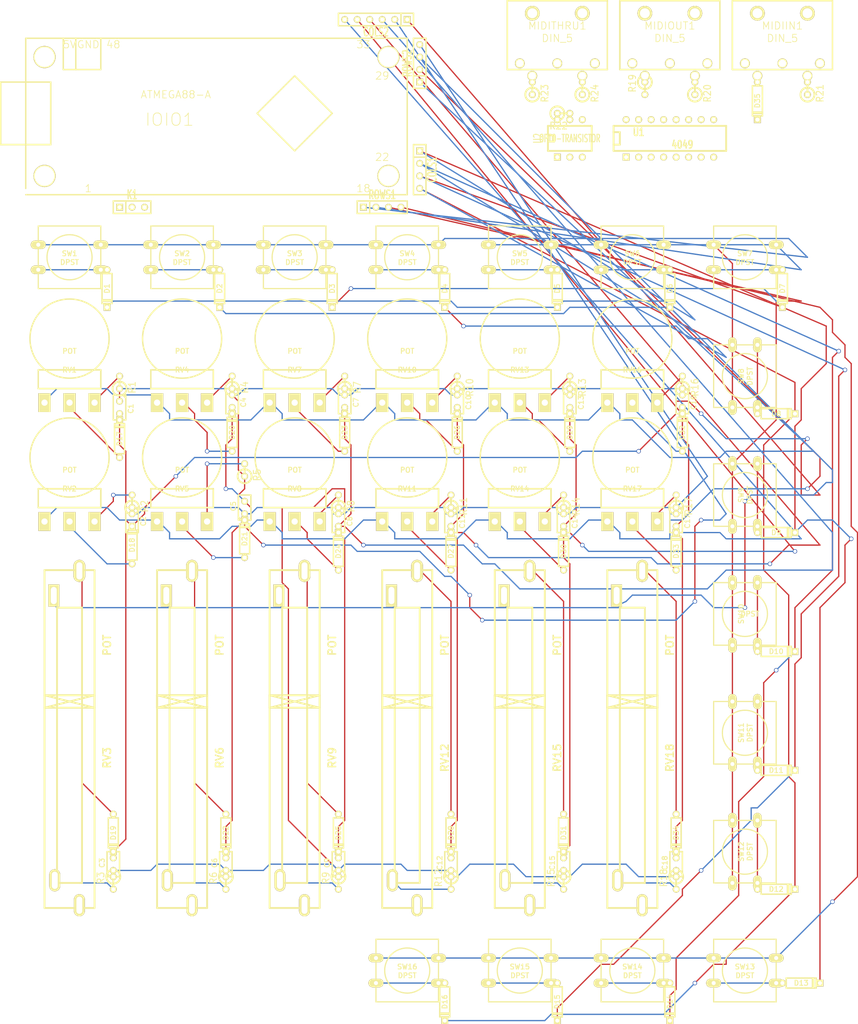
<source format=kicad_pcb>
(kicad_pcb (version 3) (host pcbnew "(2013-mar-25)-stable")
  (layers (15 F.Cu signal) (0 B.Cu signal) (18 B.Paste user) (19 F.Paste user) (20 B.SilkS user) (21 F.SilkS user) (22 B.Mask user) (23 F.Mask user) (28 Edge.Cuts user))
  (net 0 "")
  (net 1 /MIDIIN)
  (net 2 /MIDIOUT)
  (net 3 /a1)
  (net 4 /a2)
  (net 5 /a3)
  (net 6 /a4)
  (net 7 /c1)
  (net 8 /c2)
  (net 9 /c3)
  (net 10 /c4)
  (net 11 /col1)
  (net 12 /col2)
  (net 13 /col3)
  (net 14 /col4)
  (net 15 /col5)
  (net 16 /col6)
  (net 17 /row1)
  (net 18 /row2)
  (net 19 /row3)
  (net 20 GND)
  (net 21 N-0000010)
  (net 22 N-00000100)
  (net 23 N-00000101)
  (net 24 N-00000102)
  (net 25 N-00000103)
  (net 26 N-00000104)
  (net 27 N-00000105)
  (net 28 N-00000106)
  (net 29 N-00000107)
  (net 30 N-00000109)
  (net 31 N-0000011)
  (net 32 N-00000110)
  (net 33 N-00000117)
  (net 34 N-0000012)
  (net 35 N-0000015)
  (net 36 N-0000016)
  (net 37 N-0000017)
  (net 38 N-0000018)
  (net 39 N-0000019)
  (net 40 N-0000020)
  (net 41 N-0000021)
  (net 42 N-0000022)
  (net 43 N-0000023)
  (net 44 N-0000024)
  (net 45 N-0000025)
  (net 46 N-0000026)
  (net 47 N-0000027)
  (net 48 N-0000028)
  (net 49 N-0000029)
  (net 50 N-0000030)
  (net 51 N-0000031)
  (net 52 N-0000032)
  (net 53 N-0000033)
  (net 54 N-0000034)
  (net 55 N-0000035)
  (net 56 N-0000036)
  (net 57 N-0000037)
  (net 58 N-0000038)
  (net 59 N-0000039)
  (net 60 N-0000040)
  (net 61 N-0000041)
  (net 62 N-0000042)
  (net 63 N-0000043)
  (net 64 N-0000044)
  (net 65 N-0000045)
  (net 66 N-0000046)
  (net 67 N-0000050)
  (net 68 N-0000051)
  (net 69 N-0000052)
  (net 70 N-0000053)
  (net 71 N-0000066)
  (net 72 N-000007)
  (net 73 N-000008)
  (net 74 N-000009)
  (net 75 N-0000091)
  (net 76 N-0000092)
  (net 77 N-0000093)
  (net 78 N-0000094)
  (net 79 N-0000095)
  (net 80 N-0000096)
  (net 81 N-0000097)
  (net 82 N-0000098)
  (net 83 N-0000099)
  (net 84 VCC)
  (module SW_PUSH-12mm (layer F.Cu) (at 161.29 138.43 90)
    (fp_text reference SW9 (at 0 -0.762 90) (layer F.SilkS) (effects (font (size 1.016 1.016) (thickness 0.2032))))
    (fp_text value DPST (at 0 1.016 90) (layer F.SilkS) (effects (font (size 1.016 1.016) (thickness 0.2032))))
    (pad 1 thru_hole oval (at 6.35 -2.54 90) (size 3.048 1.7272) (drill 0.8128) (layers *.Cu *.Mask F.SilkS) (net 5 /a3))
    (pad 2 thru_hole oval (at 6.35 2.54 90) (size 3.048 1.7272) (drill 0.8128) (layers *.Cu *.Mask F.SilkS) (net 46 N-0000026))
    (pad 1 thru_hole oval (at -6.35 -2.54 90) (size 3.048 1.7272) (drill 0.8128) (layers *.Cu *.Mask F.SilkS) (net 5 /a3))
    (pad 2 thru_hole oval (at -6.35 2.54 90) (size 3.048 1.7272) (drill 0.8128) (layers *.Cu *.Mask F.SilkS) (net 46 N-0000026))
  )
  (module SW_PUSH-12mm (layer F.Cu) (at 161.29 114.3 90)
    (fp_text reference SW8 (at 0 -0.762 90) (layer F.SilkS) (effects (font (size 1.016 1.016) (thickness 0.2032))))
    (fp_text value DPST (at 0 1.016 90) (layer F.SilkS) (effects (font (size 1.016 1.016) (thickness 0.2032))))
    (pad 1 thru_hole oval (at 6.35 -2.54 90) (size 3.048 1.7272) (drill 0.8128) (layers *.Cu *.Mask F.SilkS) (net 4 /a2))
    (pad 2 thru_hole oval (at 6.35 2.54 90) (size 3.048 1.7272) (drill 0.8128) (layers *.Cu *.Mask F.SilkS) (net 47 N-0000027))
    (pad 1 thru_hole oval (at -6.35 -2.54 90) (size 3.048 1.7272) (drill 0.8128) (layers *.Cu *.Mask F.SilkS) (net 4 /a2))
    (pad 2 thru_hole oval (at -6.35 2.54 90) (size 3.048 1.7272) (drill 0.8128) (layers *.Cu *.Mask F.SilkS) (net 47 N-0000027))
  )
  (module SW_PUSH-12mm (layer F.Cu) (at 24.13 90.17)
    (fp_text reference SW1 (at 0 -0.762) (layer F.SilkS) (effects (font (size 1.016 1.016) (thickness 0.2032))))
    (fp_text value DPST (at 0 1.016) (layer F.SilkS) (effects (font (size 1.016 1.016) (thickness 0.2032))))
    (pad 1 thru_hole oval (at 6.35 -2.54) (size 3.048 1.7272) (drill 0.8128) (layers *.Cu *.Mask F.SilkS) (net 3 /a1))
    (pad 2 thru_hole oval (at 6.35 2.54) (size 3.048 1.7272) (drill 0.8128) (layers *.Cu *.Mask F.SilkS) (net 54 N-0000034))
    (pad 1 thru_hole oval (at -6.35 -2.54) (size 3.048 1.7272) (drill 0.8128) (layers *.Cu *.Mask F.SilkS) (net 3 /a1))
    (pad 2 thru_hole oval (at -6.35 2.54) (size 3.048 1.7272) (drill 0.8128) (layers *.Cu *.Mask F.SilkS) (net 54 N-0000034))
  )
  (module SW_PUSH-12mm (layer F.Cu) (at 46.99 90.17)
    (fp_text reference SW2 (at 0 -0.762) (layer F.SilkS) (effects (font (size 1.016 1.016) (thickness 0.2032))))
    (fp_text value DPST (at 0 1.016) (layer F.SilkS) (effects (font (size 1.016 1.016) (thickness 0.2032))))
    (pad 1 thru_hole oval (at 6.35 -2.54) (size 3.048 1.7272) (drill 0.8128) (layers *.Cu *.Mask F.SilkS) (net 3 /a1))
    (pad 2 thru_hole oval (at 6.35 2.54) (size 3.048 1.7272) (drill 0.8128) (layers *.Cu *.Mask F.SilkS) (net 53 N-0000033))
    (pad 1 thru_hole oval (at -6.35 -2.54) (size 3.048 1.7272) (drill 0.8128) (layers *.Cu *.Mask F.SilkS) (net 3 /a1))
    (pad 2 thru_hole oval (at -6.35 2.54) (size 3.048 1.7272) (drill 0.8128) (layers *.Cu *.Mask F.SilkS) (net 53 N-0000033))
  )
  (module SW_PUSH-12mm (layer F.Cu) (at 69.85 90.17)
    (fp_text reference SW3 (at 0 -0.762) (layer F.SilkS) (effects (font (size 1.016 1.016) (thickness 0.2032))))
    (fp_text value DPST (at 0 1.016) (layer F.SilkS) (effects (font (size 1.016 1.016) (thickness 0.2032))))
    (pad 1 thru_hole oval (at 6.35 -2.54) (size 3.048 1.7272) (drill 0.8128) (layers *.Cu *.Mask F.SilkS) (net 3 /a1))
    (pad 2 thru_hole oval (at 6.35 2.54) (size 3.048 1.7272) (drill 0.8128) (layers *.Cu *.Mask F.SilkS) (net 52 N-0000032))
    (pad 1 thru_hole oval (at -6.35 -2.54) (size 3.048 1.7272) (drill 0.8128) (layers *.Cu *.Mask F.SilkS) (net 3 /a1))
    (pad 2 thru_hole oval (at -6.35 2.54) (size 3.048 1.7272) (drill 0.8128) (layers *.Cu *.Mask F.SilkS) (net 52 N-0000032))
  )
  (module SW_PUSH-12mm (layer F.Cu) (at 92.71 90.17)
    (fp_text reference SW4 (at 0 -0.762) (layer F.SilkS) (effects (font (size 1.016 1.016) (thickness 0.2032))))
    (fp_text value DPST (at 0 1.016) (layer F.SilkS) (effects (font (size 1.016 1.016) (thickness 0.2032))))
    (pad 1 thru_hole oval (at 6.35 -2.54) (size 3.048 1.7272) (drill 0.8128) (layers *.Cu *.Mask F.SilkS) (net 3 /a1))
    (pad 2 thru_hole oval (at 6.35 2.54) (size 3.048 1.7272) (drill 0.8128) (layers *.Cu *.Mask F.SilkS) (net 51 N-0000031))
    (pad 1 thru_hole oval (at -6.35 -2.54) (size 3.048 1.7272) (drill 0.8128) (layers *.Cu *.Mask F.SilkS) (net 3 /a1))
    (pad 2 thru_hole oval (at -6.35 2.54) (size 3.048 1.7272) (drill 0.8128) (layers *.Cu *.Mask F.SilkS) (net 51 N-0000031))
  )
  (module SW_PUSH-12mm (layer F.Cu) (at 161.29 90.17)
    (fp_text reference SW7 (at 0 -0.762) (layer F.SilkS) (effects (font (size 1.016 1.016) (thickness 0.2032))))
    (fp_text value DPST (at 0 1.016) (layer F.SilkS) (effects (font (size 1.016 1.016) (thickness 0.2032))))
    (pad 1 thru_hole oval (at 6.35 -2.54) (size 3.048 1.7272) (drill 0.8128) (layers *.Cu *.Mask F.SilkS) (net 4 /a2))
    (pad 2 thru_hole oval (at 6.35 2.54) (size 3.048 1.7272) (drill 0.8128) (layers *.Cu *.Mask F.SilkS) (net 48 N-0000028))
    (pad 1 thru_hole oval (at -6.35 -2.54) (size 3.048 1.7272) (drill 0.8128) (layers *.Cu *.Mask F.SilkS) (net 4 /a2))
    (pad 2 thru_hole oval (at -6.35 2.54) (size 3.048 1.7272) (drill 0.8128) (layers *.Cu *.Mask F.SilkS) (net 48 N-0000028))
  )
  (module SW_PUSH-12mm (layer F.Cu) (at 138.43 90.17)
    (fp_text reference SW6 (at 0 -0.762) (layer F.SilkS) (effects (font (size 1.016 1.016) (thickness 0.2032))))
    (fp_text value DPST (at 0 1.016) (layer F.SilkS) (effects (font (size 1.016 1.016) (thickness 0.2032))))
    (pad 1 thru_hole oval (at 6.35 -2.54) (size 3.048 1.7272) (drill 0.8128) (layers *.Cu *.Mask F.SilkS) (net 4 /a2))
    (pad 2 thru_hole oval (at 6.35 2.54) (size 3.048 1.7272) (drill 0.8128) (layers *.Cu *.Mask F.SilkS) (net 49 N-0000029))
    (pad 1 thru_hole oval (at -6.35 -2.54) (size 3.048 1.7272) (drill 0.8128) (layers *.Cu *.Mask F.SilkS) (net 4 /a2))
    (pad 2 thru_hole oval (at -6.35 2.54) (size 3.048 1.7272) (drill 0.8128) (layers *.Cu *.Mask F.SilkS) (net 49 N-0000029))
  )
  (module SW_PUSH-12mm (layer F.Cu) (at 161.29 162.56 90)
    (fp_text reference SW10 (at 0 -0.762 90) (layer F.SilkS) (effects (font (size 1.016 1.016) (thickness 0.2032))))
    (fp_text value DPST (at 0 1.016 180) (layer F.SilkS) (effects (font (size 1.016 1.016) (thickness 0.2032))))
    (pad 1 thru_hole oval (at 6.35 -2.54 90) (size 3.048 1.7272) (drill 0.8128) (layers *.Cu *.Mask F.SilkS) (net 5 /a3))
    (pad 2 thru_hole oval (at 6.35 2.54 90) (size 3.048 1.7272) (drill 0.8128) (layers *.Cu *.Mask F.SilkS) (net 45 N-0000025))
    (pad 1 thru_hole oval (at -6.35 -2.54 90) (size 3.048 1.7272) (drill 0.8128) (layers *.Cu *.Mask F.SilkS) (net 5 /a3))
    (pad 2 thru_hole oval (at -6.35 2.54 90) (size 3.048 1.7272) (drill 0.8128) (layers *.Cu *.Mask F.SilkS) (net 45 N-0000025))
  )
  (module SW_PUSH-12mm (layer F.Cu) (at 92.71 234.95)
    (fp_text reference SW16 (at 0 -0.762) (layer F.SilkS) (effects (font (size 1.016 1.016) (thickness 0.2032))))
    (fp_text value DPST (at 0 1.016) (layer F.SilkS) (effects (font (size 1.016 1.016) (thickness 0.2032))))
    (pad 1 thru_hole oval (at 6.35 -2.54) (size 3.048 1.7272) (drill 0.8128) (layers *.Cu *.Mask F.SilkS) (net 6 /a4))
    (pad 2 thru_hole oval (at 6.35 2.54) (size 3.048 1.7272) (drill 0.8128) (layers *.Cu *.Mask F.SilkS) (net 39 N-0000019))
    (pad 1 thru_hole oval (at -6.35 -2.54) (size 3.048 1.7272) (drill 0.8128) (layers *.Cu *.Mask F.SilkS) (net 6 /a4))
    (pad 2 thru_hole oval (at -6.35 2.54) (size 3.048 1.7272) (drill 0.8128) (layers *.Cu *.Mask F.SilkS) (net 39 N-0000019))
  )
  (module SW_PUSH-12mm (layer F.Cu) (at 115.57 90.17)
    (fp_text reference SW5 (at 0 -0.762) (layer F.SilkS) (effects (font (size 1.016 1.016) (thickness 0.2032))))
    (fp_text value DPST (at 0 1.016) (layer F.SilkS) (effects (font (size 1.016 1.016) (thickness 0.2032))))
    (pad 1 thru_hole oval (at 6.35 -2.54) (size 3.048 1.7272) (drill 0.8128) (layers *.Cu *.Mask F.SilkS) (net 4 /a2))
    (pad 2 thru_hole oval (at 6.35 2.54) (size 3.048 1.7272) (drill 0.8128) (layers *.Cu *.Mask F.SilkS) (net 50 N-0000030))
    (pad 1 thru_hole oval (at -6.35 -2.54) (size 3.048 1.7272) (drill 0.8128) (layers *.Cu *.Mask F.SilkS) (net 4 /a2))
    (pad 2 thru_hole oval (at -6.35 2.54) (size 3.048 1.7272) (drill 0.8128) (layers *.Cu *.Mask F.SilkS) (net 50 N-0000030))
  )
  (module SW_PUSH-12mm (layer F.Cu) (at 138.43 234.95)
    (fp_text reference SW14 (at 0 -0.762) (layer F.SilkS) (effects (font (size 1.016 1.016) (thickness 0.2032))))
    (fp_text value DPST (at 0 1.016) (layer F.SilkS) (effects (font (size 1.016 1.016) (thickness 0.2032))))
    (pad 1 thru_hole oval (at 6.35 -2.54) (size 3.048 1.7272) (drill 0.8128) (layers *.Cu *.Mask F.SilkS) (net 6 /a4))
    (pad 2 thru_hole oval (at 6.35 2.54) (size 3.048 1.7272) (drill 0.8128) (layers *.Cu *.Mask F.SilkS) (net 41 N-0000021))
    (pad 1 thru_hole oval (at -6.35 -2.54) (size 3.048 1.7272) (drill 0.8128) (layers *.Cu *.Mask F.SilkS) (net 6 /a4))
    (pad 2 thru_hole oval (at -6.35 2.54) (size 3.048 1.7272) (drill 0.8128) (layers *.Cu *.Mask F.SilkS) (net 41 N-0000021))
  )
  (module SW_PUSH-12mm (layer F.Cu) (at 161.29 186.69 90)
    (fp_text reference SW11 (at 0 -0.762 90) (layer F.SilkS) (effects (font (size 1.016 1.016) (thickness 0.2032))))
    (fp_text value DPST (at 0 1.016 90) (layer F.SilkS) (effects (font (size 1.016 1.016) (thickness 0.2032))))
    (pad 1 thru_hole oval (at 6.35 -2.54 90) (size 3.048 1.7272) (drill 0.8128) (layers *.Cu *.Mask F.SilkS) (net 5 /a3))
    (pad 2 thru_hole oval (at 6.35 2.54 90) (size 3.048 1.7272) (drill 0.8128) (layers *.Cu *.Mask F.SilkS) (net 44 N-0000024))
    (pad 1 thru_hole oval (at -6.35 -2.54 90) (size 3.048 1.7272) (drill 0.8128) (layers *.Cu *.Mask F.SilkS) (net 5 /a3))
    (pad 2 thru_hole oval (at -6.35 2.54 90) (size 3.048 1.7272) (drill 0.8128) (layers *.Cu *.Mask F.SilkS) (net 44 N-0000024))
  )
  (module SW_PUSH-12mm (layer F.Cu) (at 161.29 234.95)
    (fp_text reference SW13 (at 0 -0.762) (layer F.SilkS) (effects (font (size 1.016 1.016) (thickness 0.2032))))
    (fp_text value DPST (at 0 1.016) (layer F.SilkS) (effects (font (size 1.016 1.016) (thickness 0.2032))))
    (pad 1 thru_hole oval (at 6.35 -2.54) (size 3.048 1.7272) (drill 0.8128) (layers *.Cu *.Mask F.SilkS) (net 6 /a4))
    (pad 2 thru_hole oval (at 6.35 2.54) (size 3.048 1.7272) (drill 0.8128) (layers *.Cu *.Mask F.SilkS) (net 42 N-0000022))
    (pad 1 thru_hole oval (at -6.35 -2.54) (size 3.048 1.7272) (drill 0.8128) (layers *.Cu *.Mask F.SilkS) (net 6 /a4))
    (pad 2 thru_hole oval (at -6.35 2.54) (size 3.048 1.7272) (drill 0.8128) (layers *.Cu *.Mask F.SilkS) (net 42 N-0000022))
  )
  (module SW_PUSH-12mm (layer F.Cu) (at 115.57 234.95)
    (fp_text reference SW15 (at 0 -0.762) (layer F.SilkS) (effects (font (size 1.016 1.016) (thickness 0.2032))))
    (fp_text value DPST (at 0 1.016) (layer F.SilkS) (effects (font (size 1.016 1.016) (thickness 0.2032))))
    (pad 1 thru_hole oval (at 6.35 -2.54) (size 3.048 1.7272) (drill 0.8128) (layers *.Cu *.Mask F.SilkS) (net 6 /a4))
    (pad 2 thru_hole oval (at 6.35 2.54) (size 3.048 1.7272) (drill 0.8128) (layers *.Cu *.Mask F.SilkS) (net 40 N-0000020))
    (pad 1 thru_hole oval (at -6.35 -2.54) (size 3.048 1.7272) (drill 0.8128) (layers *.Cu *.Mask F.SilkS) (net 6 /a4))
    (pad 2 thru_hole oval (at -6.35 2.54) (size 3.048 1.7272) (drill 0.8128) (layers *.Cu *.Mask F.SilkS) (net 40 N-0000020))
  )
  (module SW_PUSH-12mm (layer F.Cu) (at 161.29 210.82 90)
    (fp_text reference SW12 (at 0 -0.762 90) (layer F.SilkS) (effects (font (size 1.016 1.016) (thickness 0.2032))))
    (fp_text value DPST (at 0 1.016 90) (layer F.SilkS) (effects (font (size 1.016 1.016) (thickness 0.2032))))
    (pad 1 thru_hole oval (at 6.35 -2.54 90) (size 3.048 1.7272) (drill 0.8128) (layers *.Cu *.Mask F.SilkS) (net 5 /a3))
    (pad 2 thru_hole oval (at 6.35 2.54 90) (size 3.048 1.7272) (drill 0.8128) (layers *.Cu *.Mask F.SilkS) (net 43 N-0000023))
    (pad 1 thru_hole oval (at -6.35 -2.54 90) (size 3.048 1.7272) (drill 0.8128) (layers *.Cu *.Mask F.SilkS) (net 5 /a3))
    (pad 2 thru_hole oval (at -6.35 2.54 90) (size 3.048 1.7272) (drill 0.8128) (layers *.Cu *.Mask F.SilkS) (net 43 N-0000023))
  )
  (module SIL-4 (layer F.Cu) (at 95.25 72.39 270)
    (fp_text reference COLS1 (at 0 -2.54 270) (layer F.SilkS) (effects (font (size 1.73482 1.08712) (thickness 0.3048))))
    (fp_text value CONN_4 hide)
    (pad 1 thru_hole rect (at -3.81 0 270) (size 1.397 1.397) (drill 0.8128) (layers *.Cu *.Mask F.SilkS) (net 7 /c1))
    (pad 2 thru_hole circle (at -1.27 0 270) (size 1.397 1.397) (drill 0.8128) (layers *.Cu *.Mask F.SilkS) (net 8 /c2))
    (pad 3 thru_hole circle (at 1.27 0 270) (size 1.397 1.397) (drill 0.8128) (layers *.Cu *.Mask F.SilkS) (net 9 /c3))
    (pad 4 thru_hole circle (at 3.81 0 270) (size 1.397 1.397) (drill 0.8128) (layers *.Cu *.Mask F.SilkS) (net 10 /c4))
  )
  (module SIL-4 (layer F.Cu) (at 87.63 80.01)
    (fp_text reference ROWS1 (at 0 -2.54) (layer F.SilkS) (effects (font (size 1.73482 1.08712) (thickness 0.3048))))
    (fp_text value CONN_4 hide)
    (pad 1 thru_hole rect (at -3.81 0) (size 1.397 1.397) (drill 0.8128) (layers *.Cu *.Mask F.SilkS) (net 3 /a1))
    (pad 2 thru_hole circle (at -1.27 0) (size 1.397 1.397) (drill 0.8128) (layers *.Cu *.Mask F.SilkS) (net 4 /a2))
    (pad 3 thru_hole circle (at 1.27 0) (size 1.397 1.397) (drill 0.8128) (layers *.Cu *.Mask F.SilkS) (net 5 /a3))
    (pad 4 thru_hole circle (at 3.81 0) (size 1.397 1.397) (drill 0.8128) (layers *.Cu *.Mask F.SilkS) (net 6 /a4))
  )
  (module D3 (layer F.Cu) (at 167.64 170.18)
    (fp_text reference D10 (at 0 0) (layer F.SilkS) (effects (font (size 1.016 1.016) (thickness 0.2032))))
    (fp_text value DIODE hide)
    (pad 2 thru_hole rect (at 3.81 0) (size 1.397 1.397) (drill 0.8128) (layers *.Cu *.Mask F.SilkS) (net 8 /c2))
    (pad 1 thru_hole circle (at -3.81 0) (size 1.397 1.397) (drill 0.8128) (layers *.Cu *.Mask F.SilkS) (net 45 N-0000025))
  )
  (module D3 (layer F.Cu) (at 167.64 218.44)
    (fp_text reference D12 (at 0 0) (layer F.SilkS) (effects (font (size 1.016 1.016) (thickness 0.2032))))
    (fp_text value DIODE hide)
    (pad 2 thru_hole rect (at 3.81 0) (size 1.397 1.397) (drill 0.8128) (layers *.Cu *.Mask F.SilkS) (net 10 /c4))
    (pad 1 thru_hole circle (at -3.81 0) (size 1.397 1.397) (drill 0.8128) (layers *.Cu *.Mask F.SilkS) (net 43 N-0000023))
  )
  (module D3 (layer F.Cu) (at 146.05 241.3 270)
    (fp_text reference D14 (at 0 0 270) (layer F.SilkS) (effects (font (size 1.016 1.016) (thickness 0.2032))))
    (fp_text value DIODE hide)
    (pad 2 thru_hole rect (at 3.81 0 270) (size 1.397 1.397) (drill 0.8128) (layers *.Cu *.Mask F.SilkS) (net 8 /c2))
    (pad 1 thru_hole circle (at -3.81 0 270) (size 1.397 1.397) (drill 0.8128) (layers *.Cu *.Mask F.SilkS) (net 41 N-0000021))
  )
  (module D3 (layer F.Cu) (at 100.33 241.3 270)
    (fp_text reference D16 (at 0 0 270) (layer F.SilkS) (effects (font (size 1.016 1.016) (thickness 0.2032))))
    (fp_text value DIODE hide)
    (pad 2 thru_hole rect (at 3.81 0 270) (size 1.397 1.397) (drill 0.8128) (layers *.Cu *.Mask F.SilkS) (net 10 /c4))
    (pad 1 thru_hole circle (at -3.81 0 270) (size 1.397 1.397) (drill 0.8128) (layers *.Cu *.Mask F.SilkS) (net 39 N-0000019))
  )
  (module D3 (layer F.Cu) (at 167.64 146.05)
    (fp_text reference D9 (at 0 0) (layer F.SilkS) (effects (font (size 1.016 1.016) (thickness 0.2032))))
    (fp_text value DIODE hide)
    (pad 2 thru_hole rect (at 3.81 0) (size 1.397 1.397) (drill 0.8128) (layers *.Cu *.Mask F.SilkS) (net 7 /c1))
    (pad 1 thru_hole circle (at -3.81 0) (size 1.397 1.397) (drill 0.8128) (layers *.Cu *.Mask F.SilkS) (net 46 N-0000026))
  )
  (module D3 (layer F.Cu) (at 167.64 121.92)
    (fp_text reference D8 (at 0 0) (layer F.SilkS) (effects (font (size 1.016 1.016) (thickness 0.2032))))
    (fp_text value DIODE hide)
    (pad 2 thru_hole rect (at 3.81 0) (size 1.397 1.397) (drill 0.8128) (layers *.Cu *.Mask F.SilkS) (net 10 /c4))
    (pad 1 thru_hole circle (at -3.81 0) (size 1.397 1.397) (drill 0.8128) (layers *.Cu *.Mask F.SilkS) (net 47 N-0000027))
  )
  (module D3 (layer F.Cu) (at 168.91 96.52 270)
    (fp_text reference D7 (at 0 0 270) (layer F.SilkS) (effects (font (size 1.016 1.016) (thickness 0.2032))))
    (fp_text value DIODE hide)
    (pad 2 thru_hole rect (at 3.81 0 270) (size 1.397 1.397) (drill 0.8128) (layers *.Cu *.Mask F.SilkS) (net 9 /c3))
    (pad 1 thru_hole circle (at -3.81 0 270) (size 1.397 1.397) (drill 0.8128) (layers *.Cu *.Mask F.SilkS) (net 48 N-0000028))
  )
  (module D3 (layer F.Cu) (at 146.05 96.52 270)
    (fp_text reference D6 (at 0 0 270) (layer F.SilkS) (effects (font (size 1.016 1.016) (thickness 0.2032))))
    (fp_text value DIODE hide)
    (pad 2 thru_hole rect (at 3.81 0 270) (size 1.397 1.397) (drill 0.8128) (layers *.Cu *.Mask F.SilkS) (net 8 /c2))
    (pad 1 thru_hole circle (at -3.81 0 270) (size 1.397 1.397) (drill 0.8128) (layers *.Cu *.Mask F.SilkS) (net 49 N-0000029))
  )
  (module D3 (layer F.Cu) (at 123.19 241.3 270)
    (fp_text reference D15 (at 0 0 270) (layer F.SilkS) (effects (font (size 1.016 1.016) (thickness 0.2032))))
    (fp_text value DIODE hide)
    (pad 2 thru_hole rect (at 3.81 0 270) (size 1.397 1.397) (drill 0.8128) (layers *.Cu *.Mask F.SilkS) (net 9 /c3))
    (pad 1 thru_hole circle (at -3.81 0 270) (size 1.397 1.397) (drill 0.8128) (layers *.Cu *.Mask F.SilkS) (net 40 N-0000020))
  )
  (module D3 (layer F.Cu) (at 172.72 237.49)
    (fp_text reference D13 (at 0 0) (layer F.SilkS) (effects (font (size 1.016 1.016) (thickness 0.2032))))
    (fp_text value DIODE hide)
    (pad 2 thru_hole rect (at 3.81 0) (size 1.397 1.397) (drill 0.8128) (layers *.Cu *.Mask F.SilkS) (net 7 /c1))
    (pad 1 thru_hole circle (at -3.81 0) (size 1.397 1.397) (drill 0.8128) (layers *.Cu *.Mask F.SilkS) (net 42 N-0000022))
  )
  (module D3 (layer F.Cu) (at 167.64 194.31)
    (fp_text reference D11 (at 0 0) (layer F.SilkS) (effects (font (size 1.016 1.016) (thickness 0.2032))))
    (fp_text value DIODE hide)
    (pad 2 thru_hole rect (at 3.81 0) (size 1.397 1.397) (drill 0.8128) (layers *.Cu *.Mask F.SilkS) (net 9 /c3))
    (pad 1 thru_hole circle (at -3.81 0) (size 1.397 1.397) (drill 0.8128) (layers *.Cu *.Mask F.SilkS) (net 44 N-0000024))
  )
  (module D3 (layer F.Cu) (at 123.19 96.52 270)
    (fp_text reference D5 (at 0 0 270) (layer F.SilkS) (effects (font (size 1.016 1.016) (thickness 0.2032))))
    (fp_text value DIODE hide)
    (pad 2 thru_hole rect (at 3.81 0 270) (size 1.397 1.397) (drill 0.8128) (layers *.Cu *.Mask F.SilkS) (net 7 /c1))
    (pad 1 thru_hole circle (at -3.81 0 270) (size 1.397 1.397) (drill 0.8128) (layers *.Cu *.Mask F.SilkS) (net 50 N-0000030))
  )
  (module D3 (layer F.Cu) (at 100.33 96.52 270)
    (fp_text reference D4 (at 0 0 270) (layer F.SilkS) (effects (font (size 1.016 1.016) (thickness 0.2032))))
    (fp_text value DIODE hide)
    (pad 2 thru_hole rect (at 3.81 0 270) (size 1.397 1.397) (drill 0.8128) (layers *.Cu *.Mask F.SilkS) (net 10 /c4))
    (pad 1 thru_hole circle (at -3.81 0 270) (size 1.397 1.397) (drill 0.8128) (layers *.Cu *.Mask F.SilkS) (net 51 N-0000031))
  )
  (module D3 (layer F.Cu) (at 77.47 96.52 270)
    (fp_text reference D3 (at 0 0 270) (layer F.SilkS) (effects (font (size 1.016 1.016) (thickness 0.2032))))
    (fp_text value DIODE hide)
    (pad 2 thru_hole rect (at 3.81 0 270) (size 1.397 1.397) (drill 0.8128) (layers *.Cu *.Mask F.SilkS) (net 9 /c3))
    (pad 1 thru_hole circle (at -3.81 0 270) (size 1.397 1.397) (drill 0.8128) (layers *.Cu *.Mask F.SilkS) (net 52 N-0000032))
  )
  (module D3 (layer F.Cu) (at 54.61 96.52 270)
    (fp_text reference D2 (at 0 0 270) (layer F.SilkS) (effects (font (size 1.016 1.016) (thickness 0.2032))))
    (fp_text value DIODE hide)
    (pad 2 thru_hole rect (at 3.81 0 270) (size 1.397 1.397) (drill 0.8128) (layers *.Cu *.Mask F.SilkS) (net 8 /c2))
    (pad 1 thru_hole circle (at -3.81 0 270) (size 1.397 1.397) (drill 0.8128) (layers *.Cu *.Mask F.SilkS) (net 53 N-0000033))
  )
  (module D3 (layer F.Cu) (at 31.75 96.52 270)
    (fp_text reference D1 (at 0 0 270) (layer F.SilkS) (effects (font (size 1.016 1.016) (thickness 0.2032))))
    (fp_text value DIODE hide)
    (pad 2 thru_hole rect (at 3.81 0 270) (size 1.397 1.397) (drill 0.8128) (layers *.Cu *.Mask F.SilkS) (net 7 /c1))
    (pad 1 thru_hole circle (at -3.81 0 270) (size 1.397 1.397) (drill 0.8128) (layers *.Cu *.Mask F.SilkS) (net 54 N-0000034))
  )
  (module SIL-6 (layer F.Cu) (at 86.36 41.91 180)
    (fp_text reference COLS2 (at 0 -2.54 180) (layer F.SilkS) (effects (font (size 1.72974 1.08712) (thickness 0.3048))))
    (fp_text value CONN_6 hide)
    (pad 1 thru_hole rect (at -6.35 0 180) (size 1.397 1.397) (drill 0.8128) (layers *.Cu *.Mask F.SilkS) (net 11 /col1))
    (pad 2 thru_hole circle (at -3.81 0 180) (size 1.397 1.397) (drill 0.8128) (layers *.Cu *.Mask F.SilkS) (net 12 /col2))
    (pad 3 thru_hole circle (at -1.27 0 180) (size 1.397 1.397) (drill 0.8128) (layers *.Cu *.Mask F.SilkS) (net 13 /col3))
    (pad 4 thru_hole circle (at 1.27 0 180) (size 1.397 1.397) (drill 0.8128) (layers *.Cu *.Mask F.SilkS) (net 14 /col4))
    (pad 5 thru_hole circle (at 3.81 0 180) (size 1.397 1.397) (drill 0.8128) (layers *.Cu *.Mask F.SilkS) (net 15 /col5))
    (pad 6 thru_hole circle (at 6.35 0 180) (size 1.397 1.397) (drill 0.8128) (layers *.Cu *.Mask F.SilkS) (net 16 /col6))
  )
  (module SIL-4 (layer F.Cu) (at 95.25 50.8 90)
    (fp_text reference ROWS2 (at 0 -2.54 90) (layer F.SilkS) (effects (font (size 1.73482 1.08712) (thickness 0.3048))))
    (fp_text value CONN_4 hide)
    (pad 1 thru_hole rect (at -3.81 0 90) (size 1.397 1.397) (drill 0.8128) (layers *.Cu *.Mask F.SilkS) (net 17 /row1))
    (pad 2 thru_hole circle (at -1.27 0 90) (size 1.397 1.397) (drill 0.8128) (layers *.Cu *.Mask F.SilkS) (net 18 /row2))
    (pad 3 thru_hole circle (at 1.27 0 90) (size 1.397 1.397) (drill 0.8128) (layers *.Cu *.Mask F.SilkS) (net 19 /row3))
    (pad 4 thru_hole circle (at 3.81 0 90) (size 1.397 1.397) (drill 0.8128) (layers *.Cu *.Mask F.SilkS) (net 20 GND))
  )
  (module D3 (layer F.Cu) (at 147.32 207.01 270)
    (fp_text reference D34 (at 0 0 270) (layer F.SilkS) (effects (font (size 1.016 1.016) (thickness 0.2032))))
    (fp_text value DIODE hide)
    (pad 2 thru_hole rect (at 3.81 0 270) (size 1.397 1.397) (drill 0.8128) (layers *.Cu *.Mask F.SilkS) (net 16 /col6))
    (pad 1 thru_hole circle (at -3.81 0 270) (size 1.397 1.397) (drill 0.8128) (layers *.Cu *.Mask F.SilkS) (net 80 N-0000096))
  )
  (module D3 (layer F.Cu) (at 124.46 207.01 270)
    (fp_text reference D31 (at 0 0 270) (layer F.SilkS) (effects (font (size 1.016 1.016) (thickness 0.2032))))
    (fp_text value DIODE hide)
    (pad 2 thru_hole rect (at 3.81 0 270) (size 1.397 1.397) (drill 0.8128) (layers *.Cu *.Mask F.SilkS) (net 15 /col5))
    (pad 1 thru_hole circle (at -3.81 0 270) (size 1.397 1.397) (drill 0.8128) (layers *.Cu *.Mask F.SilkS) (net 79 N-0000095))
  )
  (module D3 (layer F.Cu) (at 101.6 207.01 270)
    (fp_text reference D28 (at 0 0 270) (layer F.SilkS) (effects (font (size 1.016 1.016) (thickness 0.2032))))
    (fp_text value DIODE hide)
    (pad 2 thru_hole rect (at 3.81 0 270) (size 1.397 1.397) (drill 0.8128) (layers *.Cu *.Mask F.SilkS) (net 14 /col4))
    (pad 1 thru_hole circle (at -3.81 0 270) (size 1.397 1.397) (drill 0.8128) (layers *.Cu *.Mask F.SilkS) (net 78 N-0000094))
  )
  (module D3 (layer F.Cu) (at 78.74 207.01 270)
    (fp_text reference D25 (at 0 0 270) (layer F.SilkS) (effects (font (size 1.016 1.016) (thickness 0.2032))))
    (fp_text value DIODE hide)
    (pad 2 thru_hole rect (at 3.81 0 270) (size 1.397 1.397) (drill 0.8128) (layers *.Cu *.Mask F.SilkS) (net 13 /col3))
    (pad 1 thru_hole circle (at -3.81 0 270) (size 1.397 1.397) (drill 0.8128) (layers *.Cu *.Mask F.SilkS) (net 77 N-0000093))
  )
  (module D3 (layer F.Cu) (at 55.88 207.01 270)
    (fp_text reference D22 (at 0 0 270) (layer F.SilkS) (effects (font (size 1.016 1.016) (thickness 0.2032))))
    (fp_text value DIODE hide)
    (pad 2 thru_hole rect (at 3.81 0 270) (size 1.397 1.397) (drill 0.8128) (layers *.Cu *.Mask F.SilkS) (net 12 /col2))
    (pad 1 thru_hole circle (at -3.81 0 270) (size 1.397 1.397) (drill 0.8128) (layers *.Cu *.Mask F.SilkS) (net 76 N-0000092))
  )
  (module D3 (layer F.Cu) (at 33.02 207.01 270)
    (fp_text reference D19 (at 0 0 270) (layer F.SilkS) (effects (font (size 1.016 1.016) (thickness 0.2032))))
    (fp_text value DIODE hide)
    (pad 2 thru_hole rect (at 3.81 0 270) (size 1.397 1.397) (drill 0.8128) (layers *.Cu *.Mask F.SilkS) (net 11 /col1))
    (pad 1 thru_hole circle (at -3.81 0 270) (size 1.397 1.397) (drill 0.8128) (layers *.Cu *.Mask F.SilkS) (net 75 N-0000091))
  )
  (module D3 (layer F.Cu) (at 34.29 127 90)
    (fp_text reference D17 (at 0 0 90) (layer F.SilkS) (effects (font (size 1.016 1.016) (thickness 0.2032))))
    (fp_text value DIODE hide)
    (pad 2 thru_hole rect (at 3.81 0 90) (size 1.397 1.397) (drill 0.8128) (layers *.Cu *.Mask F.SilkS) (net 11 /col1))
    (pad 1 thru_hole circle (at -3.81 0 90) (size 1.397 1.397) (drill 0.8128) (layers *.Cu *.Mask F.SilkS) (net 72 N-000007))
  )
  (module D3 (layer F.Cu) (at 147.32 149.86 90)
    (fp_text reference D33 (at 0 0 90) (layer F.SilkS) (effects (font (size 1.016 1.016) (thickness 0.2032))))
    (fp_text value DIODE hide)
    (pad 2 thru_hole rect (at 3.81 0 90) (size 1.397 1.397) (drill 0.8128) (layers *.Cu *.Mask F.SilkS) (net 16 /col6))
    (pad 1 thru_hole circle (at -3.81 0 90) (size 1.397 1.397) (drill 0.8128) (layers *.Cu *.Mask F.SilkS) (net 60 N-0000040))
  )
  (module D3 (layer F.Cu) (at 124.46 149.86 90)
    (fp_text reference D30 (at 0 0 90) (layer F.SilkS) (effects (font (size 1.016 1.016) (thickness 0.2032))))
    (fp_text value DIODE hide)
    (pad 2 thru_hole rect (at 3.81 0 90) (size 1.397 1.397) (drill 0.8128) (layers *.Cu *.Mask F.SilkS) (net 15 /col5))
    (pad 1 thru_hole circle (at -3.81 0 90) (size 1.397 1.397) (drill 0.8128) (layers *.Cu *.Mask F.SilkS) (net 59 N-0000039))
  )
  (module D3 (layer F.Cu) (at 101.6 149.86 90)
    (fp_text reference D27 (at 0 0 90) (layer F.SilkS) (effects (font (size 1.016 1.016) (thickness 0.2032))))
    (fp_text value DIODE hide)
    (pad 2 thru_hole rect (at 3.81 0 90) (size 1.397 1.397) (drill 0.8128) (layers *.Cu *.Mask F.SilkS) (net 14 /col4))
    (pad 1 thru_hole circle (at -3.81 0 90) (size 1.397 1.397) (drill 0.8128) (layers *.Cu *.Mask F.SilkS) (net 58 N-0000038))
  )
  (module D3 (layer F.Cu) (at 78.74 149.86 90)
    (fp_text reference D24 (at 0 0 90) (layer F.SilkS) (effects (font (size 1.016 1.016) (thickness 0.2032))))
    (fp_text value DIODE hide)
    (pad 2 thru_hole rect (at 3.81 0 90) (size 1.397 1.397) (drill 0.8128) (layers *.Cu *.Mask F.SilkS) (net 13 /col3))
    (pad 1 thru_hole circle (at -3.81 0 90) (size 1.397 1.397) (drill 0.8128) (layers *.Cu *.Mask F.SilkS) (net 57 N-0000037))
  )
  (module D3 (layer F.Cu) (at 125.73 125.73 90)
    (fp_text reference D29 (at 0 0 90) (layer F.SilkS) (effects (font (size 1.016 1.016) (thickness 0.2032))))
    (fp_text value DIODE hide)
    (pad 2 thru_hole rect (at 3.81 0 90) (size 1.397 1.397) (drill 0.8128) (layers *.Cu *.Mask F.SilkS) (net 15 /col5))
    (pad 1 thru_hole circle (at -3.81 0 90) (size 1.397 1.397) (drill 0.8128) (layers *.Cu *.Mask F.SilkS) (net 31 N-0000011))
  )
  (module D3 (layer F.Cu) (at 59.69 147.32 90)
    (fp_text reference D21 (at 0 0 90) (layer F.SilkS) (effects (font (size 1.016 1.016) (thickness 0.2032))))
    (fp_text value DIODE hide)
    (pad 2 thru_hole rect (at 3.81 0 90) (size 1.397 1.397) (drill 0.8128) (layers *.Cu *.Mask F.SilkS) (net 12 /col2))
    (pad 1 thru_hole circle (at -3.81 0 90) (size 1.397 1.397) (drill 0.8128) (layers *.Cu *.Mask F.SilkS) (net 56 N-0000036))
  )
  (module D3 (layer F.Cu) (at 148.59 125.73 90)
    (fp_text reference D32 (at 0 0 90) (layer F.SilkS) (effects (font (size 1.016 1.016) (thickness 0.2032))))
    (fp_text value DIODE hide)
    (pad 2 thru_hole rect (at 3.81 0 90) (size 1.397 1.397) (drill 0.8128) (layers *.Cu *.Mask F.SilkS) (net 16 /col6))
    (pad 1 thru_hole circle (at -3.81 0 90) (size 1.397 1.397) (drill 0.8128) (layers *.Cu *.Mask F.SilkS) (net 34 N-0000012))
  )
  (module D3 (layer F.Cu) (at 36.83 148.59 90)
    (fp_text reference D18 (at 0 0 90) (layer F.SilkS) (effects (font (size 1.016 1.016) (thickness 0.2032))))
    (fp_text value DIODE hide)
    (pad 2 thru_hole rect (at 3.81 0 90) (size 1.397 1.397) (drill 0.8128) (layers *.Cu *.Mask F.SilkS) (net 11 /col1))
    (pad 1 thru_hole circle (at -3.81 0 90) (size 1.397 1.397) (drill 0.8128) (layers *.Cu *.Mask F.SilkS) (net 55 N-0000035))
  )
  (module D3 (layer F.Cu) (at 102.87 125.73 90)
    (fp_text reference D26 (at 0 0 90) (layer F.SilkS) (effects (font (size 1.016 1.016) (thickness 0.2032))))
    (fp_text value DIODE hide)
    (pad 2 thru_hole rect (at 3.81 0 90) (size 1.397 1.397) (drill 0.8128) (layers *.Cu *.Mask F.SilkS) (net 14 /col4))
    (pad 1 thru_hole circle (at -3.81 0 90) (size 1.397 1.397) (drill 0.8128) (layers *.Cu *.Mask F.SilkS) (net 21 N-0000010))
  )
  (module D3 (layer F.Cu) (at 57.15 125.73 90)
    (fp_text reference D20 (at 0 0 90) (layer F.SilkS) (effects (font (size 1.016 1.016) (thickness 0.2032))))
    (fp_text value DIODE hide)
    (pad 2 thru_hole rect (at 3.81 0 90) (size 1.397 1.397) (drill 0.8128) (layers *.Cu *.Mask F.SilkS) (net 12 /col2))
    (pad 1 thru_hole circle (at -3.81 0 90) (size 1.397 1.397) (drill 0.8128) (layers *.Cu *.Mask F.SilkS) (net 73 N-000008))
  )
  (module D3 (layer F.Cu) (at 80.01 125.73 90)
    (fp_text reference D23 (at 0 0 90) (layer F.SilkS) (effects (font (size 1.016 1.016) (thickness 0.2032))))
    (fp_text value DIODE hide)
    (pad 2 thru_hole rect (at 3.81 0 90) (size 1.397 1.397) (drill 0.8128) (layers *.Cu *.Mask F.SilkS) (net 13 /col3))
    (pad 1 thru_hole circle (at -3.81 0 90) (size 1.397 1.397) (drill 0.8128) (layers *.Cu *.Mask F.SilkS) (net 74 N-000009))
  )
  (module C1 (layer F.Cu) (at 125.73 119.38 270)
    (fp_text reference C13 (at 0.254 -2.286 270) (layer F.SilkS) (effects (font (size 1.016 1.016) (thickness 0.2032))))
    (fp_text value C hide)
    (pad 1 thru_hole circle (at -1.27 0 270) (size 1.397 1.397) (drill 0.8128) (layers *.Cu *.Mask F.SilkS) (net 20 GND))
    (pad 2 thru_hole circle (at 1.27 0 270) (size 1.397 1.397) (drill 0.8128) (layers *.Cu *.Mask F.SilkS) (net 15 /col5))
  )
  (module C1 (layer F.Cu) (at 148.59 119.38 270)
    (fp_text reference C16 (at 0.254 -2.286 270) (layer F.SilkS) (effects (font (size 1.016 1.016) (thickness 0.2032))))
    (fp_text value C hide)
    (pad 1 thru_hole circle (at -1.27 0 270) (size 1.397 1.397) (drill 0.8128) (layers *.Cu *.Mask F.SilkS) (net 20 GND))
    (pad 2 thru_hole circle (at 1.27 0 270) (size 1.397 1.397) (drill 0.8128) (layers *.Cu *.Mask F.SilkS) (net 16 /col6))
  )
  (module C1 (layer F.Cu) (at 147.32 213.36 90)
    (fp_text reference C18 (at 0.254 -2.286 90) (layer F.SilkS) (effects (font (size 1.016 1.016) (thickness 0.2032))))
    (fp_text value C hide)
    (pad 1 thru_hole circle (at -1.27 0 90) (size 1.397 1.397) (drill 0.8128) (layers *.Cu *.Mask F.SilkS) (net 20 GND))
    (pad 2 thru_hole circle (at 1.27 0 90) (size 1.397 1.397) (drill 0.8128) (layers *.Cu *.Mask F.SilkS) (net 16 /col6))
  )
  (module C1 (layer F.Cu) (at 124.46 213.36 90)
    (fp_text reference C15 (at 0.254 -2.286 90) (layer F.SilkS) (effects (font (size 1.016 1.016) (thickness 0.2032))))
    (fp_text value C hide)
    (pad 1 thru_hole circle (at -1.27 0 90) (size 1.397 1.397) (drill 0.8128) (layers *.Cu *.Mask F.SilkS) (net 20 GND))
    (pad 2 thru_hole circle (at 1.27 0 90) (size 1.397 1.397) (drill 0.8128) (layers *.Cu *.Mask F.SilkS) (net 15 /col5))
  )
  (module C1 (layer F.Cu) (at 101.6 213.36 90)
    (fp_text reference C12 (at 0.254 -2.286 90) (layer F.SilkS) (effects (font (size 1.016 1.016) (thickness 0.2032))))
    (fp_text value C hide)
    (pad 1 thru_hole circle (at -1.27 0 90) (size 1.397 1.397) (drill 0.8128) (layers *.Cu *.Mask F.SilkS) (net 20 GND))
    (pad 2 thru_hole circle (at 1.27 0 90) (size 1.397 1.397) (drill 0.8128) (layers *.Cu *.Mask F.SilkS) (net 14 /col4))
  )
  (module C1 (layer F.Cu) (at 102.87 119.38 270)
    (fp_text reference C10 (at 0.254 -2.286 270) (layer F.SilkS) (effects (font (size 1.016 1.016) (thickness 0.2032))))
    (fp_text value C hide)
    (pad 1 thru_hole circle (at -1.27 0 270) (size 1.397 1.397) (drill 0.8128) (layers *.Cu *.Mask F.SilkS) (net 20 GND))
    (pad 2 thru_hole circle (at 1.27 0 270) (size 1.397 1.397) (drill 0.8128) (layers *.Cu *.Mask F.SilkS) (net 14 /col4))
  )
  (module C1 (layer F.Cu) (at 78.74 213.36 90)
    (fp_text reference C9 (at 0.254 -2.286 90) (layer F.SilkS) (effects (font (size 1.016 1.016) (thickness 0.2032))))
    (fp_text value C hide)
    (pad 1 thru_hole circle (at -1.27 0 90) (size 1.397 1.397) (drill 0.8128) (layers *.Cu *.Mask F.SilkS) (net 20 GND))
    (pad 2 thru_hole circle (at 1.27 0 90) (size 1.397 1.397) (drill 0.8128) (layers *.Cu *.Mask F.SilkS) (net 13 /col3))
  )
  (module C1 (layer F.Cu) (at 55.88 213.36 90)
    (fp_text reference C6 (at 0.254 -2.286 90) (layer F.SilkS) (effects (font (size 1.016 1.016) (thickness 0.2032))))
    (fp_text value C hide)
    (pad 1 thru_hole circle (at -1.27 0 90) (size 1.397 1.397) (drill 0.8128) (layers *.Cu *.Mask F.SilkS) (net 20 GND))
    (pad 2 thru_hole circle (at 1.27 0 90) (size 1.397 1.397) (drill 0.8128) (layers *.Cu *.Mask F.SilkS) (net 12 /col2))
  )
  (module C1 (layer F.Cu) (at 80.01 119.38 270)
    (fp_text reference C7 (at 0.254 -2.286 270) (layer F.SilkS) (effects (font (size 1.016 1.016) (thickness 0.2032))))
    (fp_text value C hide)
    (pad 1 thru_hole circle (at -1.27 0 270) (size 1.397 1.397) (drill 0.8128) (layers *.Cu *.Mask F.SilkS) (net 20 GND))
    (pad 2 thru_hole circle (at 1.27 0 270) (size 1.397 1.397) (drill 0.8128) (layers *.Cu *.Mask F.SilkS) (net 13 /col3))
  )
  (module C1 (layer F.Cu) (at 33.02 213.36 90)
    (fp_text reference C3 (at 0.254 -2.286 90) (layer F.SilkS) (effects (font (size 1.016 1.016) (thickness 0.2032))))
    (fp_text value C hide)
    (pad 1 thru_hole circle (at -1.27 0 90) (size 1.397 1.397) (drill 0.8128) (layers *.Cu *.Mask F.SilkS) (net 20 GND))
    (pad 2 thru_hole circle (at 1.27 0 90) (size 1.397 1.397) (drill 0.8128) (layers *.Cu *.Mask F.SilkS) (net 11 /col1))
  )
  (module C1 (layer F.Cu) (at 57.15 119.38 270)
    (fp_text reference C4 (at 0.254 -2.286 270) (layer F.SilkS) (effects (font (size 1.016 1.016) (thickness 0.2032))))
    (fp_text value C hide)
    (pad 1 thru_hole circle (at -1.27 0 270) (size 1.397 1.397) (drill 0.8128) (layers *.Cu *.Mask F.SilkS) (net 20 GND))
    (pad 2 thru_hole circle (at 1.27 0 270) (size 1.397 1.397) (drill 0.8128) (layers *.Cu *.Mask F.SilkS) (net 12 /col2))
  )
  (module C1 (layer F.Cu) (at 36.83 143.51 270)
    (fp_text reference C2 (at 0.254 -2.286 270) (layer F.SilkS) (effects (font (size 1.016 1.016) (thickness 0.2032))))
    (fp_text value C hide)
    (pad 1 thru_hole circle (at -1.27 0 270) (size 1.397 1.397) (drill 0.8128) (layers *.Cu *.Mask F.SilkS) (net 20 GND))
    (pad 2 thru_hole circle (at 1.27 0 270) (size 1.397 1.397) (drill 0.8128) (layers *.Cu *.Mask F.SilkS) (net 11 /col1))
  )
  (module C1 (layer F.Cu) (at 34.29 120.65 270)
    (fp_text reference C1 (at 0.254 -2.286 270) (layer F.SilkS) (effects (font (size 1.016 1.016) (thickness 0.2032))))
    (fp_text value C hide)
    (pad 1 thru_hole circle (at -1.27 0 270) (size 1.397 1.397) (drill 0.8128) (layers *.Cu *.Mask F.SilkS) (net 20 GND))
    (pad 2 thru_hole circle (at 1.27 0 270) (size 1.397 1.397) (drill 0.8128) (layers *.Cu *.Mask F.SilkS) (net 11 /col1))
  )
  (module C1 (layer F.Cu) (at 59.69 140.97 90)
    (fp_text reference C5 (at 0.254 -2.286 90) (layer F.SilkS) (effects (font (size 1.016 1.016) (thickness 0.2032))))
    (fp_text value C hide)
    (pad 1 thru_hole circle (at -1.27 0 90) (size 1.397 1.397) (drill 0.8128) (layers *.Cu *.Mask F.SilkS) (net 20 GND))
    (pad 2 thru_hole circle (at 1.27 0 90) (size 1.397 1.397) (drill 0.8128) (layers *.Cu *.Mask F.SilkS) (net 12 /col2))
  )
  (module C1 (layer F.Cu) (at 147.32 143.51 270)
    (fp_text reference C17 (at 0.254 -2.286 270) (layer F.SilkS) (effects (font (size 1.016 1.016) (thickness 0.2032))))
    (fp_text value C hide)
    (pad 1 thru_hole circle (at -1.27 0 270) (size 1.397 1.397) (drill 0.8128) (layers *.Cu *.Mask F.SilkS) (net 20 GND))
    (pad 2 thru_hole circle (at 1.27 0 270) (size 1.397 1.397) (drill 0.8128) (layers *.Cu *.Mask F.SilkS) (net 16 /col6))
  )
  (module C1 (layer F.Cu) (at 78.74 143.51 270)
    (fp_text reference C8 (at 0.254 -2.286 270) (layer F.SilkS) (effects (font (size 1.016 1.016) (thickness 0.2032))))
    (fp_text value C hide)
    (pad 1 thru_hole circle (at -1.27 0 270) (size 1.397 1.397) (drill 0.8128) (layers *.Cu *.Mask F.SilkS) (net 20 GND))
    (pad 2 thru_hole circle (at 1.27 0 270) (size 1.397 1.397) (drill 0.8128) (layers *.Cu *.Mask F.SilkS) (net 13 /col3))
  )
  (module C1 (layer F.Cu) (at 124.46 143.51 270)
    (fp_text reference C14 (at 0.254 -2.286 270) (layer F.SilkS) (effects (font (size 1.016 1.016) (thickness 0.2032))))
    (fp_text value C hide)
    (pad 1 thru_hole circle (at -1.27 0 270) (size 1.397 1.397) (drill 0.8128) (layers *.Cu *.Mask F.SilkS) (net 20 GND))
    (pad 2 thru_hole circle (at 1.27 0 270) (size 1.397 1.397) (drill 0.8128) (layers *.Cu *.Mask F.SilkS) (net 15 /col5))
  )
  (module C1 (layer F.Cu) (at 101.6 143.51 270)
    (fp_text reference C11 (at 0.254 -2.286 270) (layer F.SilkS) (effects (font (size 1.016 1.016) (thickness 0.2032))))
    (fp_text value C hide)
    (pad 1 thru_hole circle (at -1.27 0 270) (size 1.397 1.397) (drill 0.8128) (layers *.Cu *.Mask F.SilkS) (net 20 GND))
    (pad 2 thru_hole circle (at 1.27 0 270) (size 1.397 1.397) (drill 0.8128) (layers *.Cu *.Mask F.SilkS) (net 14 /col4))
  )
  (module R1 (layer F.Cu) (at 147.32 217.17 270)
    (fp_text reference R18 (at -1.016 2.54 270) (layer F.SilkS) (effects (font (size 1.397 1.27) (thickness 0.2032))))
    (fp_text value R hide)
    (pad 1 thru_hole circle (at -1.27 0 270) (size 1.397 1.397) (drill 0.8128) (layers *.Cu *.Mask F.SilkS) (net 20 GND))
    (pad 2 thru_hole circle (at 1.27 0 270) (size 1.397 1.397) (drill 0.8128) (layers *.Cu *.Mask F.SilkS) (net 81 N-0000097))
  )
  (module R1 (layer F.Cu) (at 124.46 217.17 270)
    (fp_text reference R15 (at -1.016 2.54 270) (layer F.SilkS) (effects (font (size 1.397 1.27) (thickness 0.2032))))
    (fp_text value R hide)
    (pad 1 thru_hole circle (at -1.27 0 270) (size 1.397 1.397) (drill 0.8128) (layers *.Cu *.Mask F.SilkS) (net 20 GND))
    (pad 2 thru_hole circle (at 1.27 0 270) (size 1.397 1.397) (drill 0.8128) (layers *.Cu *.Mask F.SilkS) (net 82 N-0000098))
  )
  (module R1 (layer F.Cu) (at 101.6 217.17 270)
    (fp_text reference R12 (at -1.016 2.54 270) (layer F.SilkS) (effects (font (size 1.397 1.27) (thickness 0.2032))))
    (fp_text value R hide)
    (pad 1 thru_hole circle (at -1.27 0 270) (size 1.397 1.397) (drill 0.8128) (layers *.Cu *.Mask F.SilkS) (net 20 GND))
    (pad 2 thru_hole circle (at 1.27 0 270) (size 1.397 1.397) (drill 0.8128) (layers *.Cu *.Mask F.SilkS) (net 83 N-0000099))
  )
  (module R1 (layer F.Cu) (at 78.74 217.17 270)
    (fp_text reference R9 (at -1.016 2.54 270) (layer F.SilkS) (effects (font (size 1.397 1.27) (thickness 0.2032))))
    (fp_text value R hide)
    (pad 1 thru_hole circle (at -1.27 0 270) (size 1.397 1.397) (drill 0.8128) (layers *.Cu *.Mask F.SilkS) (net 20 GND))
    (pad 2 thru_hole circle (at 1.27 0 270) (size 1.397 1.397) (drill 0.8128) (layers *.Cu *.Mask F.SilkS) (net 22 N-00000100))
  )
  (module R1 (layer F.Cu) (at 55.88 217.17 270)
    (fp_text reference R6 (at -1.016 2.54 270) (layer F.SilkS) (effects (font (size 1.397 1.27) (thickness 0.2032))))
    (fp_text value R hide)
    (pad 1 thru_hole circle (at -1.27 0 270) (size 1.397 1.397) (drill 0.8128) (layers *.Cu *.Mask F.SilkS) (net 20 GND))
    (pad 2 thru_hole circle (at 1.27 0 270) (size 1.397 1.397) (drill 0.8128) (layers *.Cu *.Mask F.SilkS) (net 23 N-00000101))
  )
  (module R1 (layer F.Cu) (at 33.02 217.17 270)
    (fp_text reference R3 (at -1.016 2.54 270) (layer F.SilkS) (effects (font (size 1.397 1.27) (thickness 0.2032))))
    (fp_text value R hide)
    (pad 1 thru_hole circle (at -1.27 0 270) (size 1.397 1.397) (drill 0.8128) (layers *.Cu *.Mask F.SilkS) (net 20 GND))
    (pad 2 thru_hole circle (at 1.27 0 270) (size 1.397 1.397) (drill 0.8128) (layers *.Cu *.Mask F.SilkS) (net 32 N-00000110))
  )
  (module R1 (layer F.Cu) (at 147.32 139.7 90)
    (fp_text reference R17 (at -1.016 2.54 90) (layer F.SilkS) (effects (font (size 1.397 1.27) (thickness 0.2032))))
    (fp_text value R hide)
    (pad 1 thru_hole circle (at -1.27 0 90) (size 1.397 1.397) (drill 0.8128) (layers *.Cu *.Mask F.SilkS) (net 20 GND))
    (pad 2 thru_hole circle (at 1.27 0 90) (size 1.397 1.397) (drill 0.8128) (layers *.Cu *.Mask F.SilkS) (net 61 N-0000041))
  )
  (module R1 (layer F.Cu) (at 124.46 139.7 90)
    (fp_text reference R14 (at -1.016 2.54 90) (layer F.SilkS) (effects (font (size 1.397 1.27) (thickness 0.2032))))
    (fp_text value R hide)
    (pad 1 thru_hole circle (at -1.27 0 90) (size 1.397 1.397) (drill 0.8128) (layers *.Cu *.Mask F.SilkS) (net 20 GND))
    (pad 2 thru_hole circle (at 1.27 0 90) (size 1.397 1.397) (drill 0.8128) (layers *.Cu *.Mask F.SilkS) (net 62 N-0000042))
  )
  (module R1 (layer F.Cu) (at 101.6 139.7 90)
    (fp_text reference R11 (at -1.016 2.54 90) (layer F.SilkS) (effects (font (size 1.397 1.27) (thickness 0.2032))))
    (fp_text value R hide)
    (pad 1 thru_hole circle (at -1.27 0 90) (size 1.397 1.397) (drill 0.8128) (layers *.Cu *.Mask F.SilkS) (net 20 GND))
    (pad 2 thru_hole circle (at 1.27 0 90) (size 1.397 1.397) (drill 0.8128) (layers *.Cu *.Mask F.SilkS) (net 63 N-0000043))
  )
  (module R1 (layer F.Cu) (at 78.74 139.7 90)
    (fp_text reference R8 (at -1.016 2.54 90) (layer F.SilkS) (effects (font (size 1.397 1.27) (thickness 0.2032))))
    (fp_text value R hide)
    (pad 1 thru_hole circle (at -1.27 0 90) (size 1.397 1.397) (drill 0.8128) (layers *.Cu *.Mask F.SilkS) (net 20 GND))
    (pad 2 thru_hole circle (at 1.27 0 90) (size 1.397 1.397) (drill 0.8128) (layers *.Cu *.Mask F.SilkS) (net 24 N-00000102))
  )
  (module R1 (layer F.Cu) (at 59.69 133.35 90)
    (fp_text reference R5 (at -1.016 2.54 90) (layer F.SilkS) (effects (font (size 1.397 1.27) (thickness 0.2032))))
    (fp_text value R hide)
    (pad 1 thru_hole circle (at -1.27 0 90) (size 1.397 1.397) (drill 0.8128) (layers *.Cu *.Mask F.SilkS) (net 20 GND))
    (pad 2 thru_hole circle (at 1.27 0 90) (size 1.397 1.397) (drill 0.8128) (layers *.Cu *.Mask F.SilkS) (net 25 N-00000103))
  )
  (module R1 (layer F.Cu) (at 36.83 139.7 90)
    (fp_text reference R2 (at -1.016 2.54 90) (layer F.SilkS) (effects (font (size 1.397 1.27) (thickness 0.2032))))
    (fp_text value R hide)
    (pad 1 thru_hole circle (at -1.27 0 90) (size 1.397 1.397) (drill 0.8128) (layers *.Cu *.Mask F.SilkS) (net 20 GND))
    (pad 2 thru_hole circle (at 1.27 0 90) (size 1.397 1.397) (drill 0.8128) (layers *.Cu *.Mask F.SilkS) (net 26 N-00000104))
  )
  (module R1 (layer F.Cu) (at 148.59 115.57 90)
    (fp_text reference R16 (at -1.016 2.54 90) (layer F.SilkS) (effects (font (size 1.397 1.27) (thickness 0.2032))))
    (fp_text value R hide)
    (pad 1 thru_hole circle (at -1.27 0 90) (size 1.397 1.397) (drill 0.8128) (layers *.Cu *.Mask F.SilkS) (net 20 GND))
    (pad 2 thru_hole circle (at 1.27 0 90) (size 1.397 1.397) (drill 0.8128) (layers *.Cu *.Mask F.SilkS) (net 35 N-0000015))
  )
  (module R1 (layer F.Cu) (at 125.73 115.57 90)
    (fp_text reference R13 (at -1.016 2.54 90) (layer F.SilkS) (effects (font (size 1.397 1.27) (thickness 0.2032))))
    (fp_text value R hide)
    (pad 1 thru_hole circle (at -1.27 0 90) (size 1.397 1.397) (drill 0.8128) (layers *.Cu *.Mask F.SilkS) (net 20 GND))
    (pad 2 thru_hole circle (at 1.27 0 90) (size 1.397 1.397) (drill 0.8128) (layers *.Cu *.Mask F.SilkS) (net 36 N-0000016))
  )
  (module R1 (layer F.Cu) (at 102.87 115.57 90)
    (fp_text reference R10 (at -1.016 2.54 90) (layer F.SilkS) (effects (font (size 1.397 1.27) (thickness 0.2032))))
    (fp_text value R hide)
    (pad 1 thru_hole circle (at -1.27 0 90) (size 1.397 1.397) (drill 0.8128) (layers *.Cu *.Mask F.SilkS) (net 20 GND))
    (pad 2 thru_hole circle (at 1.27 0 90) (size 1.397 1.397) (drill 0.8128) (layers *.Cu *.Mask F.SilkS) (net 37 N-0000017))
  )
  (module R1 (layer F.Cu) (at 80.01 115.57 90)
    (fp_text reference R7 (at -1.016 2.54 90) (layer F.SilkS) (effects (font (size 1.397 1.27) (thickness 0.2032))))
    (fp_text value R hide)
    (pad 1 thru_hole circle (at -1.27 0 90) (size 1.397 1.397) (drill 0.8128) (layers *.Cu *.Mask F.SilkS) (net 20 GND))
    (pad 2 thru_hole circle (at 1.27 0 90) (size 1.397 1.397) (drill 0.8128) (layers *.Cu *.Mask F.SilkS) (net 38 N-0000018))
  )
  (module R1 (layer F.Cu) (at 57.15 115.57 90)
    (fp_text reference R4 (at -1.016 2.54 90) (layer F.SilkS) (effects (font (size 1.397 1.27) (thickness 0.2032))))
    (fp_text value R hide)
    (pad 1 thru_hole circle (at -1.27 0 90) (size 1.397 1.397) (drill 0.8128) (layers *.Cu *.Mask F.SilkS) (net 20 GND))
    (pad 2 thru_hole circle (at 1.27 0 90) (size 1.397 1.397) (drill 0.8128) (layers *.Cu *.Mask F.SilkS) (net 64 N-0000044))
  )
  (module R1 (layer F.Cu) (at 34.29 115.57 90)
    (fp_text reference R1 (at -1.016 2.54 90) (layer F.SilkS) (effects (font (size 1.397 1.27) (thickness 0.2032))))
    (fp_text value R hide)
    (pad 1 thru_hole circle (at -1.27 0 90) (size 1.397 1.397) (drill 0.8128) (layers *.Cu *.Mask F.SilkS) (net 20 GND))
    (pad 2 thru_hole circle (at 1.27 0 90) (size 1.397 1.397) (drill 0.8128) (layers *.Cu *.Mask F.SilkS) (net 65 N-0000045))
  )
  (module POT_TURN_Lin (layer F.Cu) (at 138.43 143.51)
    (fp_text reference RV17 (at 0 -6.35) (layer F.SilkS) (effects (font (size 1.016 1.016) (thickness 0.2032))))
    (fp_text value POT (at 0 -10.16) (layer F.SilkS) (effects (font (size 1.016 1.016) (thickness 0.2032))))
    (pad 2 thru_hole rect (at 0 0.3) (size 2.5 3.81) (drill 1.27) (layers *.Cu *.Mask F.SilkS) (net 60 N-0000040))
    (pad 1 thru_hole rect (at -5.08 0.3) (size 2.5 3.81) (drill 1.27) (layers *.Cu *.Mask F.SilkS) (net 18 /row2))
    (pad 3 thru_hole rect (at 5.08 0.3) (size 2.5 3.81) (drill 1.27) (layers *.Cu *.Mask F.SilkS) (net 61 N-0000041))
  )
  (module POT_TURN_Lin (layer F.Cu) (at 115.57 143.51)
    (fp_text reference RV14 (at 0 -6.35) (layer F.SilkS) (effects (font (size 1.016 1.016) (thickness 0.2032))))
    (fp_text value POT (at 0 -10.16) (layer F.SilkS) (effects (font (size 1.016 1.016) (thickness 0.2032))))
    (pad 2 thru_hole rect (at 0 0.3) (size 2.5 3.81) (drill 1.27) (layers *.Cu *.Mask F.SilkS) (net 59 N-0000039))
    (pad 1 thru_hole rect (at -5.08 0.3) (size 2.5 3.81) (drill 1.27) (layers *.Cu *.Mask F.SilkS) (net 18 /row2))
    (pad 3 thru_hole rect (at 5.08 0.3) (size 2.5 3.81) (drill 1.27) (layers *.Cu *.Mask F.SilkS) (net 62 N-0000042))
  )
  (module POT_TURN_Lin (layer F.Cu) (at 92.71 143.51)
    (fp_text reference RV11 (at 0 -6.35) (layer F.SilkS) (effects (font (size 1.016 1.016) (thickness 0.2032))))
    (fp_text value POT (at 0 -10.16) (layer F.SilkS) (effects (font (size 1.016 1.016) (thickness 0.2032))))
    (pad 2 thru_hole rect (at 0 0.3) (size 2.5 3.81) (drill 1.27) (layers *.Cu *.Mask F.SilkS) (net 58 N-0000038))
    (pad 1 thru_hole rect (at -5.08 0.3) (size 2.5 3.81) (drill 1.27) (layers *.Cu *.Mask F.SilkS) (net 18 /row2))
    (pad 3 thru_hole rect (at 5.08 0.3) (size 2.5 3.81) (drill 1.27) (layers *.Cu *.Mask F.SilkS) (net 63 N-0000043))
  )
  (module POT_TURN_Lin (layer F.Cu) (at 69.85 143.51)
    (fp_text reference RV8 (at 0 -6.35) (layer F.SilkS) (effects (font (size 1.016 1.016) (thickness 0.2032))))
    (fp_text value POT (at 0 -10.16) (layer F.SilkS) (effects (font (size 1.016 1.016) (thickness 0.2032))))
    (pad 2 thru_hole rect (at 0 0.3) (size 2.5 3.81) (drill 1.27) (layers *.Cu *.Mask F.SilkS) (net 57 N-0000037))
    (pad 1 thru_hole rect (at -5.08 0.3) (size 2.5 3.81) (drill 1.27) (layers *.Cu *.Mask F.SilkS) (net 18 /row2))
    (pad 3 thru_hole rect (at 5.08 0.3) (size 2.5 3.81) (drill 1.27) (layers *.Cu *.Mask F.SilkS) (net 24 N-00000102))
  )
  (module POT_TURN_Lin (layer F.Cu) (at 46.99 143.51)
    (fp_text reference RV5 (at 0 -6.35) (layer F.SilkS) (effects (font (size 1.016 1.016) (thickness 0.2032))))
    (fp_text value POT (at 0 -10.16) (layer F.SilkS) (effects (font (size 1.016 1.016) (thickness 0.2032))))
    (pad 2 thru_hole rect (at 0 0.3) (size 2.5 3.81) (drill 1.27) (layers *.Cu *.Mask F.SilkS) (net 56 N-0000036))
    (pad 1 thru_hole rect (at -5.08 0.3) (size 2.5 3.81) (drill 1.27) (layers *.Cu *.Mask F.SilkS) (net 18 /row2))
    (pad 3 thru_hole rect (at 5.08 0.3) (size 2.5 3.81) (drill 1.27) (layers *.Cu *.Mask F.SilkS) (net 25 N-00000103))
  )
  (module POT_TURN_Lin (layer F.Cu) (at 24.13 143.51)
    (fp_text reference RV2 (at 0 -6.35) (layer F.SilkS) (effects (font (size 1.016 1.016) (thickness 0.2032))))
    (fp_text value POT (at 0 -10.16) (layer F.SilkS) (effects (font (size 1.016 1.016) (thickness 0.2032))))
    (pad 2 thru_hole rect (at 0 0.3) (size 2.5 3.81) (drill 1.27) (layers *.Cu *.Mask F.SilkS) (net 55 N-0000035))
    (pad 1 thru_hole rect (at -5.08 0.3) (size 2.5 3.81) (drill 1.27) (layers *.Cu *.Mask F.SilkS) (net 18 /row2))
    (pad 3 thru_hole rect (at 5.08 0.3) (size 2.5 3.81) (drill 1.27) (layers *.Cu *.Mask F.SilkS) (net 26 N-00000104))
  )
  (module POT_TURN_Lin (layer F.Cu) (at 46.99 119.38)
    (fp_text reference RV4 (at 0 -6.35) (layer F.SilkS) (effects (font (size 1.016 1.016) (thickness 0.2032))))
    (fp_text value POT (at 0 -10.16) (layer F.SilkS) (effects (font (size 1.016 1.016) (thickness 0.2032))))
    (pad 2 thru_hole rect (at 0 0.3) (size 2.5 3.81) (drill 1.27) (layers *.Cu *.Mask F.SilkS) (net 73 N-000008))
    (pad 1 thru_hole rect (at -5.08 0.3) (size 2.5 3.81) (drill 1.27) (layers *.Cu *.Mask F.SilkS) (net 17 /row1))
    (pad 3 thru_hole rect (at 5.08 0.3) (size 2.5 3.81) (drill 1.27) (layers *.Cu *.Mask F.SilkS) (net 64 N-0000044))
  )
  (module POT_TURN_Lin (layer F.Cu) (at 69.85 119.38)
    (fp_text reference RV7 (at 0 -6.35) (layer F.SilkS) (effects (font (size 1.016 1.016) (thickness 0.2032))))
    (fp_text value POT (at 0 -10.16) (layer F.SilkS) (effects (font (size 1.016 1.016) (thickness 0.2032))))
    (pad 2 thru_hole rect (at 0 0.3) (size 2.5 3.81) (drill 1.27) (layers *.Cu *.Mask F.SilkS) (net 74 N-000009))
    (pad 1 thru_hole rect (at -5.08 0.3) (size 2.5 3.81) (drill 1.27) (layers *.Cu *.Mask F.SilkS) (net 17 /row1))
    (pad 3 thru_hole rect (at 5.08 0.3) (size 2.5 3.81) (drill 1.27) (layers *.Cu *.Mask F.SilkS) (net 38 N-0000018))
  )
  (module POT_TURN_Lin (layer F.Cu) (at 92.71 119.38)
    (fp_text reference RV10 (at 0 -6.35) (layer F.SilkS) (effects (font (size 1.016 1.016) (thickness 0.2032))))
    (fp_text value POT (at 0 -10.16) (layer F.SilkS) (effects (font (size 1.016 1.016) (thickness 0.2032))))
    (pad 2 thru_hole rect (at 0 0.3) (size 2.5 3.81) (drill 1.27) (layers *.Cu *.Mask F.SilkS) (net 21 N-0000010))
    (pad 1 thru_hole rect (at -5.08 0.3) (size 2.5 3.81) (drill 1.27) (layers *.Cu *.Mask F.SilkS) (net 17 /row1))
    (pad 3 thru_hole rect (at 5.08 0.3) (size 2.5 3.81) (drill 1.27) (layers *.Cu *.Mask F.SilkS) (net 37 N-0000017))
  )
  (module POT_TURN_Lin (layer F.Cu) (at 115.57 119.38)
    (fp_text reference RV13 (at 0 -6.35) (layer F.SilkS) (effects (font (size 1.016 1.016) (thickness 0.2032))))
    (fp_text value POT (at 0 -10.16) (layer F.SilkS) (effects (font (size 1.016 1.016) (thickness 0.2032))))
    (pad 2 thru_hole rect (at 0 0.3) (size 2.5 3.81) (drill 1.27) (layers *.Cu *.Mask F.SilkS) (net 31 N-0000011))
    (pad 1 thru_hole rect (at -5.08 0.3) (size 2.5 3.81) (drill 1.27) (layers *.Cu *.Mask F.SilkS) (net 17 /row1))
    (pad 3 thru_hole rect (at 5.08 0.3) (size 2.5 3.81) (drill 1.27) (layers *.Cu *.Mask F.SilkS) (net 36 N-0000016))
  )
  (module POT_TURN_Lin (layer F.Cu) (at 138.43 119.38)
    (fp_text reference RV16 (at 0 -6.35) (layer F.SilkS) (effects (font (size 1.016 1.016) (thickness 0.2032))))
    (fp_text value POT (at 0 -10.16) (layer F.SilkS) (effects (font (size 1.016 1.016) (thickness 0.2032))))
    (pad 2 thru_hole rect (at 0 0.3) (size 2.5 3.81) (drill 1.27) (layers *.Cu *.Mask F.SilkS) (net 34 N-0000012))
    (pad 1 thru_hole rect (at -5.08 0.3) (size 2.5 3.81) (drill 1.27) (layers *.Cu *.Mask F.SilkS) (net 17 /row1))
    (pad 3 thru_hole rect (at 5.08 0.3) (size 2.5 3.81) (drill 1.27) (layers *.Cu *.Mask F.SilkS) (net 35 N-0000015))
  )
  (module POT_TURN_Lin (layer F.Cu) (at 24.13 119.38)
    (fp_text reference RV1 (at 0 -6.35) (layer F.SilkS) (effects (font (size 1.016 1.016) (thickness 0.2032))))
    (fp_text value POT (at 0 -10.16) (layer F.SilkS) (effects (font (size 1.016 1.016) (thickness 0.2032))))
    (pad 2 thru_hole rect (at 0 0.3) (size 2.5 3.81) (drill 1.27) (layers *.Cu *.Mask F.SilkS) (net 72 N-000007))
    (pad 1 thru_hole rect (at -5.08 0.3) (size 2.5 3.81) (drill 1.27) (layers *.Cu *.Mask F.SilkS) (net 17 /row1))
    (pad 3 thru_hole rect (at 5.08 0.3) (size 2.5 3.81) (drill 1.27) (layers *.Cu *.Mask F.SilkS) (net 65 N-0000045))
  )
  (module SIL-3 (layer F.Cu) (at 36.83 80.01)
    (fp_text reference K1 (at 0 -2.54) (layer F.SilkS) (effects (font (size 1.7907 1.07696) (thickness 0.3048))))
    (fp_text value CONN_3 hide)
    (pad 1 thru_hole rect (at -2.54 0) (size 1.397 1.397) (drill 0.8128) (layers *.Cu *.Mask F.SilkS) (net 1 /MIDIIN))
    (pad 2 thru_hole circle (at 0 0) (size 1.397 1.397) (drill 0.8128) (layers *.Cu *.Mask F.SilkS) (net 2 /MIDIOUT))
    (pad 3 thru_hole circle (at 2.54 0) (size 1.397 1.397) (drill 0.8128) (layers *.Cu *.Mask F.SilkS) (net 84 VCC))
  )
  (module R1 (layer F.Cu) (at 151.13 55.88 90)
    (fp_text reference R20 (at -1.016 2.54 90) (layer F.SilkS) (effects (font (size 1.397 1.27) (thickness 0.2032))))
    (fp_text value 220 hide)
    (pad 1 thru_hole circle (at -1.27 0 90) (size 1.397 1.397) (drill 0.8128) (layers *.Cu *.Mask F.SilkS) (net 84 VCC))
    (pad 2 thru_hole circle (at 1.27 0 90) (size 1.397 1.397) (drill 0.8128) (layers *.Cu *.Mask F.SilkS) (net 27 N-00000105))
  )
  (module R1 (layer F.Cu) (at 124.46 60.96)
    (fp_text reference R22 (at -1.016 2.54) (layer F.SilkS) (effects (font (size 1.397 1.27) (thickness 0.2032))))
    (fp_text value 280 hide)
    (pad 1 thru_hole circle (at -1.27 0) (size 1.397 1.397) (drill 0.8128) (layers *.Cu *.Mask F.SilkS) (net 84 VCC))
    (pad 2 thru_hole circle (at 1.27 0) (size 1.397 1.397) (drill 0.8128) (layers *.Cu *.Mask F.SilkS) (net 1 /MIDIIN))
  )
  (module R1 (layer F.Cu) (at 173.99 55.88 90)
    (fp_text reference R21 (at -1.016 2.54 90) (layer F.SilkS) (effects (font (size 1.397 1.27) (thickness 0.2032))))
    (fp_text value 220 hide)
    (pad 1 thru_hole circle (at -1.27 0 90) (size 1.397 1.397) (drill 0.8128) (layers *.Cu *.Mask F.SilkS) (net 33 N-00000117))
    (pad 2 thru_hole circle (at 1.27 0 90) (size 1.397 1.397) (drill 0.8128) (layers *.Cu *.Mask F.SilkS) (net 29 N-00000107))
  )
  (module R1 (layer F.Cu) (at 140.97 55.88 270)
    (fp_text reference R19 (at -1.016 2.54 270) (layer F.SilkS) (effects (font (size 1.397 1.27) (thickness 0.2032))))
    (fp_text value 220 hide)
    (pad 1 thru_hole circle (at -1.27 0 270) (size 1.397 1.397) (drill 0.8128) (layers *.Cu *.Mask F.SilkS) (net 28 N-00000106))
    (pad 2 thru_hole circle (at 1.27 0 270) (size 1.397 1.397) (drill 0.8128) (layers *.Cu *.Mask F.SilkS) (net 71 N-0000066))
  )
  (module R1 (layer F.Cu) (at 128.27 55.88 90)
    (fp_text reference R24 (at -1.016 2.54 90) (layer F.SilkS) (effects (font (size 1.397 1.27) (thickness 0.2032))))
    (fp_text value 220 hide)
    (pad 1 thru_hole circle (at -1.27 0 90) (size 1.397 1.397) (drill 0.8128) (layers *.Cu *.Mask F.SilkS) (net 84 VCC))
    (pad 2 thru_hole circle (at 1.27 0 90) (size 1.397 1.397) (drill 0.8128) (layers *.Cu *.Mask F.SilkS) (net 70 N-0000053))
  )
  (module R1 (layer F.Cu) (at 118.11 55.88 90)
    (fp_text reference R23 (at -1.016 2.54 90) (layer F.SilkS) (effects (font (size 1.397 1.27) (thickness 0.2032))))
    (fp_text value 220 hide)
    (pad 1 thru_hole circle (at -1.27 0 90) (size 1.397 1.397) (drill 0.8128) (layers *.Cu *.Mask F.SilkS) (net 66 N-0000046))
    (pad 2 thru_hole circle (at 1.27 0 90) (size 1.397 1.397) (drill 0.8128) (layers *.Cu *.Mask F.SilkS) (net 69 N-0000052))
  )
  (module DIP-6__300 (layer F.Cu) (at 125.73 66.04)
    (fp_text reference U2 (at -6.35 0 90) (layer F.SilkS) (effects (font (size 1.905 1.016) (thickness 0.2032))))
    (fp_text value OPTO-TRANSISTOR (at 0 0) (layer F.SilkS) (effects (font (size 1.524 0.889) (thickness 0.2032))))
    (pad 1 thru_hole rect (at -2.54 3.81) (size 1.397 1.397) (drill 0.8128) (layers *.Cu *.Mask F.SilkS) (net 33 N-00000117))
    (pad 2 thru_hole circle (at 0 3.81) (size 1.397 1.397) (drill 0.8128) (layers *.Cu *.Mask F.SilkS) (net 30 N-00000109))
    (pad 3 thru_hole circle (at 2.54 3.81) (size 1.397 1.397) (drill 0.8128) (layers *.Cu *.Mask F.SilkS))
    (pad 4 thru_hole circle (at 2.54 -3.81) (size 1.397 1.397) (drill 0.8128) (layers *.Cu *.Mask F.SilkS) (net 20 GND))
    (pad 5 thru_hole circle (at 0 -3.81) (size 1.397 1.397) (drill 0.8128) (layers *.Cu *.Mask F.SilkS) (net 1 /MIDIIN))
    (pad 6 thru_hole circle (at -2.54 -3.81) (size 1.397 1.397) (drill 0.8128) (layers *.Cu *.Mask F.SilkS) (net 84 VCC))
  )
  (module DIP-16__300 (layer F.Cu) (at 146.05 66.04)
    (fp_text reference U1 (at -6.35 -1.27) (layer F.SilkS) (effects (font (size 1.524 1.143) (thickness 0.3048))))
    (fp_text value 4049 (at 2.54 1.27) (layer F.SilkS) (effects (font (size 1.524 1.143) (thickness 0.3048))))
    (pad 1 thru_hole rect (at -8.89 3.81) (size 1.397 1.397) (drill 0.8128) (layers *.Cu *.Mask F.SilkS) (net 84 VCC))
    (pad 2 thru_hole circle (at -6.35 3.81) (size 1.397 1.397) (drill 0.8128) (layers *.Cu *.Mask F.SilkS) (net 71 N-0000066))
    (pad 3 thru_hole circle (at -3.81 3.81) (size 1.397 1.397) (drill 0.8128) (layers *.Cu *.Mask F.SilkS) (net 68 N-0000051))
    (pad 4 thru_hole circle (at -1.27 3.81) (size 1.397 1.397) (drill 0.8128) (layers *.Cu *.Mask F.SilkS) (net 68 N-0000051))
    (pad 5 thru_hole circle (at 1.27 3.81) (size 1.397 1.397) (drill 0.8128) (layers *.Cu *.Mask F.SilkS) (net 2 /MIDIOUT))
    (pad 6 thru_hole circle (at 3.81 3.81) (size 1.397 1.397) (drill 0.8128) (layers *.Cu *.Mask F.SilkS) (net 67 N-0000050))
    (pad 7 thru_hole circle (at 6.35 3.81) (size 1.397 1.397) (drill 0.8128) (layers *.Cu *.Mask F.SilkS) (net 1 /MIDIIN))
    (pad 8 thru_hole circle (at 8.89 3.81) (size 1.397 1.397) (drill 0.8128) (layers *.Cu *.Mask F.SilkS) (net 20 GND))
    (pad 9 thru_hole circle (at 8.89 -3.81) (size 1.397 1.397) (drill 0.8128) (layers *.Cu *.Mask F.SilkS) (net 67 N-0000050))
    (pad 10 thru_hole circle (at 6.35 -3.81) (size 1.397 1.397) (drill 0.8128) (layers *.Cu *.Mask F.SilkS) (net 66 N-0000046))
    (pad 11 thru_hole circle (at 3.81 -3.81) (size 1.397 1.397) (drill 0.8128) (layers *.Cu *.Mask F.SilkS))
    (pad 12 thru_hole circle (at 1.27 -3.81) (size 1.397 1.397) (drill 0.8128) (layers *.Cu *.Mask F.SilkS))
    (pad 13 thru_hole circle (at -1.27 -3.81) (size 1.397 1.397) (drill 0.8128) (layers *.Cu *.Mask F.SilkS))
    (pad 14 thru_hole circle (at -3.81 -3.81) (size 1.397 1.397) (drill 0.8128) (layers *.Cu *.Mask F.SilkS))
    (pad 15 thru_hole circle (at -6.35 -3.81) (size 1.397 1.397) (drill 0.8128) (layers *.Cu *.Mask F.SilkS))
    (pad 16 thru_hole circle (at -8.89 -3.81) (size 1.397 1.397) (drill 0.8128) (layers *.Cu *.Mask F.SilkS))
  )
  (module D3 (layer F.Cu) (at 163.83 58.42 270)
    (fp_text reference D35 (at 0 0 270) (layer F.SilkS) (effects (font (size 1.016 1.016) (thickness 0.2032))))
    (fp_text value DIODE hide)
    (pad 2 thru_hole rect (at 3.81 0 270) (size 1.397 1.397) (drill 0.8128) (layers *.Cu *.Mask F.SilkS) (net 33 N-00000117))
    (pad 1 thru_hole circle (at -3.81 0 270) (size 1.397 1.397) (drill 0.8128) (layers *.Cu *.Mask F.SilkS) (net 30 N-00000109))
  )
  (module DIN_5 (layer F.Cu) (at 123.19 50.8 180)
    (fp_text reference MIDITHRU1 (at 0 7.62 180) (layer F.SilkS) (effects (font (size 1.5 1.5))))
    (fp_text value DIN_5 (at 0 5.08 180) (layer F.SilkS) (effects (font (size 1.5 1.5))))
    (pad 7 thru_hole circle (at 5.08 10.16 180) (size 3 3) (drill 2) (layers *.Cu *.Mask F.SilkS))
    (pad 6 thru_hole circle (at -5.08 10.16 180) (size 3 3) (drill 2) (layers *.Cu *.Mask F.SilkS))
    (pad 5 thru_hole circle (at -7.62 0 180) (size 2 2) (drill 1.5) (layers *.Cu *.Mask F.SilkS))
    (pad 4 thru_hole circle (at -5.08 -2.54 180) (size 2 2) (drill 1.5) (layers *.Cu *.Mask F.SilkS) (net 70 N-0000053))
    (pad 3 thru_hole circle (at 0 0 180) (size 2 2) (drill 1.5) (layers *.Cu *.Mask F.SilkS) (net 20 GND))
    (pad 2 thru_hole circle (at 5.08 -2.54 180) (size 2 2) (drill 1.5) (layers *.Cu *.Mask F.SilkS) (net 69 N-0000052))
    (pad 1 thru_hole circle (at 7.62 0 180) (size 2 2) (drill 1.5) (layers *.Cu *.Mask F.SilkS))
  )
  (module DIN_5 (layer F.Cu) (at 146.05 50.8 180)
    (fp_text reference MIDIOUT1 (at 0 7.62 180) (layer F.SilkS) (effects (font (size 1.5 1.5))))
    (fp_text value DIN_5 (at 0 5.08 180) (layer F.SilkS) (effects (font (size 1.5 1.5))))
    (pad 7 thru_hole circle (at 5.08 10.16 180) (size 3 3) (drill 2) (layers *.Cu *.Mask F.SilkS))
    (pad 6 thru_hole circle (at -5.08 10.16 180) (size 3 3) (drill 2) (layers *.Cu *.Mask F.SilkS))
    (pad 5 thru_hole circle (at -7.62 0 180) (size 2 2) (drill 1.5) (layers *.Cu *.Mask F.SilkS))
    (pad 4 thru_hole circle (at -5.08 -2.54 180) (size 2 2) (drill 1.5) (layers *.Cu *.Mask F.SilkS) (net 27 N-00000105))
    (pad 3 thru_hole circle (at 0 0 180) (size 2 2) (drill 1.5) (layers *.Cu *.Mask F.SilkS) (net 20 GND))
    (pad 2 thru_hole circle (at 5.08 -2.54 180) (size 2 2) (drill 1.5) (layers *.Cu *.Mask F.SilkS) (net 28 N-00000106))
    (pad 1 thru_hole circle (at 7.62 0 180) (size 2 2) (drill 1.5) (layers *.Cu *.Mask F.SilkS))
  )
  (module DIN_5 (layer F.Cu) (at 168.91 50.8 180)
    (fp_text reference MIDIIN1 (at 0 7.62 180) (layer F.SilkS) (effects (font (size 1.5 1.5))))
    (fp_text value DIN_5 (at 0 5.08 180) (layer F.SilkS) (effects (font (size 1.5 1.5))))
    (pad 7 thru_hole circle (at 5.08 10.16 180) (size 3 3) (drill 2) (layers *.Cu *.Mask F.SilkS))
    (pad 6 thru_hole circle (at -5.08 10.16 180) (size 3 3) (drill 2) (layers *.Cu *.Mask F.SilkS))
    (pad 5 thru_hole circle (at -7.62 0 180) (size 2 2) (drill 1.5) (layers *.Cu *.Mask F.SilkS))
    (pad 4 thru_hole circle (at -5.08 -2.54 180) (size 2 2) (drill 1.5) (layers *.Cu *.Mask F.SilkS) (net 29 N-00000107))
    (pad 3 thru_hole circle (at 0 0 180) (size 2 2) (drill 1.5) (layers *.Cu *.Mask F.SilkS))
    (pad 2 thru_hole circle (at 5.08 -2.54 180) (size 2 2) (drill 1.5) (layers *.Cu *.Mask F.SilkS) (net 30 N-00000109))
    (pad 1 thru_hole circle (at 7.62 0 180) (size 2 2) (drill 1.5) (layers *.Cu *.Mask F.SilkS))
  )
  (module IOIO (layer F.Cu) (at 15.24 77.47)
    (fp_text reference IOIO1 (at 29.21 -15.24) (layer F.SilkS) (effects (font (size 2.5 2.5))))
    (fp_text value ATMEGA88-A (at 30.48 -20.32) (layer F.SilkS) (effects (font (size 1.5 1.5))))
    (fp_text user GND (at 12.7 -30.48) (layer F.SilkS) (effects (font (size 1.5 1.5))))
    (fp_text user 5V (at 8.89 -30.48) (layer F.SilkS) (effects (font (size 1.5 1.5))))
    (fp_text user 48 (at 17.78 -30.48) (layer F.SilkS) (effects (font (size 1.5 1.5))))
    (fp_text user 33 (at 68.58 -30.48) (layer F.SilkS) (effects (font (size 1.5 1.5))))
    (fp_text user 29 (at 72.39 -24.13) (layer F.SilkS) (effects (font (size 1.5 1.5))))
    (fp_text user 22 (at 72.39 -7.62) (layer F.SilkS) (effects (font (size 1.5 1.5))))
    (fp_text user 18 (at 68.58 -1.27) (layer F.SilkS) (effects (font (size 1.5 1.5))))
    (fp_text user 1 (at 12.7 -1.27) (layer F.SilkS) (effects (font (size 1.5 1.5))))
    (pad 8 thru_hole circle (at 3.81 -3.81) (size 4.5 4.5) (drill 4) (layers *.Cu *.Mask F.SilkS))
    (pad 11 thru_hole circle (at 3.81 -27.94) (size 4.5 4.5) (drill 4) (layers *.Cu *.Mask F.SilkS))
    (pad 13 thru_hole circle (at 73.66 -27.94) (size 4.5 4.5) (drill 4) (layers *.Cu *.Mask F.SilkS))
    (pad 15 thru_hole circle (at 73.66 -3.81) (size 4.5 4.5) (drill 4) (layers *.Cu *.Mask F.SilkS))
  )
  (module POT_4Pin (layer F.Cu) (at 24.13 186.69 270)
    (fp_text reference RV3 (at 5.08 -7.62 270) (layer F.SilkS) (effects (font (size 1.524 1.524) (thickness 0.3048))))
    (fp_text value POT (at -17.78 -7.62 270) (layer F.SilkS) (effects (font (size 1.524 1.524) (thickness 0.3048))))
    (pad 2 thru_hole oval (at -32.86 -2 270) (size 4.5 2.39522) (drill oval 3.5 1.2) (layers *.Cu *.Mask F.SilkS) (net 75 N-0000091))
    (pad 1 thru_hole rect (at -27.86 3.2 270) (size 4.5 2.24028) (drill oval 3.5 1.2) (layers *.Cu *.Mask F.SilkS) (net 19 /row3))
    (pad 3 thru_hole oval (at 29.94 3 270) (size 4.5 2.24028) (drill oval 3.5 1.2) (layers *.Cu *.Mask F.SilkS) (net 32 N-00000110))
    (pad 4 thru_hole oval (at 35 -2 270) (size 4.5 2.24028) (drill oval 3.5 1.2) (layers *.Cu *.Mask F.SilkS))
  )
  (module POT_4Pin (layer F.Cu) (at 46.99 186.69 270)
    (fp_text reference RV6 (at 5.08 -7.62 270) (layer F.SilkS) (effects (font (size 1.524 1.524) (thickness 0.3048))))
    (fp_text value POT (at -17.78 -7.62 270) (layer F.SilkS) (effects (font (size 1.524 1.524) (thickness 0.3048))))
    (pad 2 thru_hole oval (at -32.86 -2 270) (size 4.5 2.39522) (drill oval 3.5 1.2) (layers *.Cu *.Mask F.SilkS) (net 76 N-0000092))
    (pad 1 thru_hole rect (at -27.86 3.2 270) (size 4.5 2.24028) (drill oval 3.5 1.2) (layers *.Cu *.Mask F.SilkS) (net 19 /row3))
    (pad 3 thru_hole oval (at 29.94 3 270) (size 4.5 2.24028) (drill oval 3.5 1.2) (layers *.Cu *.Mask F.SilkS) (net 23 N-00000101))
    (pad 4 thru_hole oval (at 35 -2 270) (size 4.5 2.24028) (drill oval 3.5 1.2) (layers *.Cu *.Mask F.SilkS))
  )
  (module POT_4Pin (layer F.Cu) (at 69.85 186.69 270)
    (fp_text reference RV9 (at 5.08 -7.62 270) (layer F.SilkS) (effects (font (size 1.524 1.524) (thickness 0.3048))))
    (fp_text value POT (at -17.78 -7.62 270) (layer F.SilkS) (effects (font (size 1.524 1.524) (thickness 0.3048))))
    (pad 2 thru_hole oval (at -32.86 -2 270) (size 4.5 2.39522) (drill oval 3.5 1.2) (layers *.Cu *.Mask F.SilkS) (net 77 N-0000093))
    (pad 1 thru_hole rect (at -27.86 3.2 270) (size 4.5 2.24028) (drill oval 3.5 1.2) (layers *.Cu *.Mask F.SilkS) (net 19 /row3))
    (pad 3 thru_hole oval (at 29.94 3 270) (size 4.5 2.24028) (drill oval 3.5 1.2) (layers *.Cu *.Mask F.SilkS) (net 22 N-00000100))
    (pad 4 thru_hole oval (at 35 -2 270) (size 4.5 2.24028) (drill oval 3.5 1.2) (layers *.Cu *.Mask F.SilkS))
  )
  (module POT_4Pin (layer F.Cu) (at 92.71 186.69 270)
    (fp_text reference RV12 (at 5.08 -7.62 270) (layer F.SilkS) (effects (font (size 1.524 1.524) (thickness 0.3048))))
    (fp_text value POT (at -17.78 -7.62 270) (layer F.SilkS) (effects (font (size 1.524 1.524) (thickness 0.3048))))
    (pad 2 thru_hole oval (at -32.86 -2 270) (size 4.5 2.39522) (drill oval 3.5 1.2) (layers *.Cu *.Mask F.SilkS) (net 78 N-0000094))
    (pad 1 thru_hole rect (at -27.86 3.2 270) (size 4.5 2.24028) (drill oval 3.5 1.2) (layers *.Cu *.Mask F.SilkS) (net 19 /row3))
    (pad 3 thru_hole oval (at 29.94 3 270) (size 4.5 2.24028) (drill oval 3.5 1.2) (layers *.Cu *.Mask F.SilkS) (net 83 N-0000099))
    (pad 4 thru_hole oval (at 35 -2 270) (size 4.5 2.24028) (drill oval 3.5 1.2) (layers *.Cu *.Mask F.SilkS))
  )
  (module POT_4Pin (layer F.Cu) (at 115.57 186.69 270)
    (fp_text reference RV15 (at 5.08 -7.62 270) (layer F.SilkS) (effects (font (size 1.524 1.524) (thickness 0.3048))))
    (fp_text value POT (at -17.78 -7.62 270) (layer F.SilkS) (effects (font (size 1.524 1.524) (thickness 0.3048))))
    (pad 2 thru_hole oval (at -32.86 -2 270) (size 4.5 2.39522) (drill oval 3.5 1.2) (layers *.Cu *.Mask F.SilkS) (net 79 N-0000095))
    (pad 1 thru_hole rect (at -27.86 3.2 270) (size 4.5 2.24028) (drill oval 3.5 1.2) (layers *.Cu *.Mask F.SilkS) (net 19 /row3))
    (pad 3 thru_hole oval (at 29.94 3 270) (size 4.5 2.24028) (drill oval 3.5 1.2) (layers *.Cu *.Mask F.SilkS) (net 82 N-0000098))
    (pad 4 thru_hole oval (at 35 -2 270) (size 4.5 2.24028) (drill oval 3.5 1.2) (layers *.Cu *.Mask F.SilkS))
  )
  (module POT_4Pin (layer F.Cu) (at 138.43 186.69 270)
    (fp_text reference RV18 (at 5.08 -7.62 270) (layer F.SilkS) (effects (font (size 1.524 1.524) (thickness 0.3048))))
    (fp_text value POT (at -17.78 -7.62 270) (layer F.SilkS) (effects (font (size 1.524 1.524) (thickness 0.3048))))
    (pad 2 thru_hole oval (at -32.86 -2 270) (size 4.5 2.39522) (drill oval 3.5 1.2) (layers *.Cu *.Mask F.SilkS) (net 80 N-0000096))
    (pad 1 thru_hole rect (at -27.86 3.2 270) (size 4.5 2.24028) (drill oval 3.5 1.2) (layers *.Cu *.Mask F.SilkS) (net 19 /row3))
    (pad 3 thru_hole oval (at 29.94 3 270) (size 4.5 2.24028) (drill oval 3.5 1.2) (layers *.Cu *.Mask F.SilkS) (net 81 N-0000097))
    (pad 4 thru_hole oval (at 35 -2 270) (size 4.5 2.24028) (drill oval 3.5 1.2) (layers *.Cu *.Mask F.SilkS))
  )
  (segment (start 99.06 87.63) (end 100.33 86.36) (width 0.254) (layer B.Cu) (net 3))
  (segment (start 100.33 86.36) (end 170.18 86.36) (width 0.254) (layer B.Cu) (net 3))
  (segment (start 170.18 86.36) (end 173.99 90.17) (width 0.254) (layer B.Cu) (net 3))
  (segment (start 173.99 90.17) (end 83.82 80.01) (width 0.254) (layer B.Cu) (net 3))
  (segment (start 99.06 87.63) (end 86.36 87.63) (width 0.254) (layer B.Cu) (net 3))
  (segment (start 76.2 87.63) (end 63.5 87.63) (width 0.254) (layer B.Cu) (net 3))
  (segment (start 53.34 87.63) (end 40.64 87.63) (width 0.254) (layer B.Cu) (net 3))
  (segment (start 30.48 87.63) (end 17.78 87.63) (width 0.254) (layer B.Cu) (net 3))
  (segment (start 86.36 87.63) (end 76.2 87.63) (width 0.254) (layer B.Cu) (net 3))
  (segment (start 63.5 87.63) (end 53.34 87.63) (width 0.254) (layer B.Cu) (net 3))
  (segment (start 40.64 87.63) (end 30.48 87.63) (width 0.254) (layer B.Cu) (net 3))
  (segment (start 154.94 87.63) (end 158.75 91.44) (width 0.254) (layer F.Cu) (net 4))
  (segment (start 158.75 91.44) (end 158.75 107.95) (width 0.254) (layer F.Cu) (net 4))
  (segment (start 167.64 87.63) (end 172.72 92.71) (width 0.254) (layer B.Cu) (net 4))
  (segment (start 172.72 92.71) (end 86.36 80.01) (width 0.254) (layer B.Cu) (net 4))
  (segment (start 154.94 87.63) (end 167.64 87.63) (width 0.254) (layer B.Cu) (net 4))
  (segment (start 121.92 87.63) (end 109.22 87.63) (width 0.254) (layer B.Cu) (net 4))
  (segment (start 132.08 87.63) (end 144.78 87.63) (width 0.254) (layer B.Cu) (net 4))
  (segment (start 158.75 107.95) (end 158.75 120.65) (width 0.254) (layer F.Cu) (net 4))
  (segment (start 121.92 87.63) (end 132.08 87.63) (width 0.254) (layer B.Cu) (net 4))
  (segment (start 144.78 87.63) (end 154.94 87.63) (width 0.254) (layer B.Cu) (net 4))
  (segment (start 158.75 132.08) (end 167.64 123.19) (width 0.254) (layer F.Cu) (net 5))
  (segment (start 167.64 123.19) (end 167.64 99.06) (width 0.254) (layer F.Cu) (net 5))
  (segment (start 167.64 99.06) (end 172.72 99.06) (width 0.254) (layer F.Cu) (net 5))
  (segment (start 172.72 99.06) (end 88.9 80.01) (width 0.254) (layer F.Cu) (net 5))
  (segment (start 158.75 180.34) (end 158.75 193.04) (width 0.254) (layer F.Cu) (net 5))
  (segment (start 158.75 204.47) (end 158.75 217.17) (width 0.254) (layer F.Cu) (net 5))
  (segment (start 158.75 168.91) (end 158.75 156.21) (width 0.254) (layer F.Cu) (net 5))
  (segment (start 158.75 144.78) (end 158.75 132.08) (width 0.254) (layer F.Cu) (net 5))
  (segment (start 158.75 156.21) (end 158.75 144.78) (width 0.254) (layer F.Cu) (net 5))
  (segment (start 158.75 193.04) (end 158.75 204.47) (width 0.254) (layer F.Cu) (net 5))
  (segment (start 158.75 180.34) (end 158.75 168.91) (width 0.254) (layer F.Cu) (net 5))
  (segment (start 167.64 232.41) (end 179.07 220.98) (width 0.254) (layer B.Cu) (net 6))
  (via (at 179.07 220.98) (size 0.889) (layers F.Cu B.Cu) (net 6))
  (segment (start 179.07 220.98) (end 184.15 215.9) (width 0.254) (layer F.Cu) (net 6))
  (segment (start 184.15 215.9) (end 184.15 146.05) (width 0.254) (layer F.Cu) (net 6))
  (segment (start 184.15 146.05) (end 182.88 144.78) (width 0.254) (layer F.Cu) (net 6))
  (segment (start 182.88 144.78) (end 182.88 111.76) (width 0.254) (layer F.Cu) (net 6))
  (segment (start 182.88 111.76) (end 181.61 110.49) (width 0.254) (layer F.Cu) (net 6))
  (segment (start 181.61 110.49) (end 181.61 107.95) (width 0.254) (layer F.Cu) (net 6))
  (segment (start 181.61 107.95) (end 179.07 105.41) (width 0.254) (layer F.Cu) (net 6))
  (segment (start 179.07 105.41) (end 179.07 102.87) (width 0.254) (layer F.Cu) (net 6))
  (segment (start 179.07 102.87) (end 176.53 100.33) (width 0.254) (layer F.Cu) (net 6))
  (segment (start 176.53 100.33) (end 91.44 80.01) (width 0.254) (layer F.Cu) (net 6))
  (segment (start 99.06 232.41) (end 86.36 232.41) (width 0.254) (layer B.Cu) (net 6))
  (segment (start 109.22 232.41) (end 121.92 232.41) (width 0.254) (layer B.Cu) (net 6))
  (segment (start 132.08 232.41) (end 144.78 232.41) (width 0.254) (layer B.Cu) (net 6))
  (segment (start 154.94 232.41) (end 167.64 232.41) (width 0.254) (layer B.Cu) (net 6))
  (segment (start 121.92 232.41) (end 132.08 232.41) (width 0.254) (layer B.Cu) (net 6))
  (segment (start 144.78 232.41) (end 154.94 232.41) (width 0.254) (layer B.Cu) (net 6))
  (segment (start 99.06 232.41) (end 109.22 232.41) (width 0.254) (layer B.Cu) (net 6))
  (segment (start 171.45 146.05) (end 173.99 143.51) (width 0.254) (layer B.Cu) (net 7))
  (segment (start 173.99 143.51) (end 179.07 143.51) (width 0.254) (layer B.Cu) (net 7))
  (segment (start 179.07 143.51) (end 182.88 147.32) (width 0.254) (layer B.Cu) (net 7))
  (via (at 182.88 147.32) (size 0.889) (layers F.Cu B.Cu) (net 7))
  (segment (start 182.88 147.32) (end 181.61 148.59) (width 0.254) (layer F.Cu) (net 7))
  (segment (start 181.61 148.59) (end 181.61 156.21) (width 0.254) (layer F.Cu) (net 7))
  (segment (start 181.61 156.21) (end 176.53 161.29) (width 0.254) (layer F.Cu) (net 7))
  (segment (start 176.53 161.29) (end 176.53 237.49) (width 0.254) (layer F.Cu) (net 7))
  (segment (start 31.75 100.33) (end 33.02 99.06) (width 0.254) (layer B.Cu) (net 7))
  (segment (start 33.02 99.06) (end 101.6 99.06) (width 0.254) (layer B.Cu) (net 7))
  (segment (start 101.6 99.06) (end 102.87 100.33) (width 0.254) (layer B.Cu) (net 7))
  (segment (start 102.87 100.33) (end 123.19 100.33) (width 0.254) (layer B.Cu) (net 7))
  (segment (start 123.19 100.33) (end 124.46 99.06) (width 0.254) (layer B.Cu) (net 7))
  (segment (start 124.46 99.06) (end 147.32 99.06) (width 0.254) (layer B.Cu) (net 7))
  (segment (start 147.32 99.06) (end 151.13 102.87) (width 0.254) (layer B.Cu) (net 7))
  (segment (start 151.13 102.87) (end 95.25 68.58) (width 0.254) (layer B.Cu) (net 7))
  (segment (start 95.25 68.58) (end 177.8 104.14) (width 0.254) (layer F.Cu) (net 7))
  (segment (start 177.8 104.14) (end 177.8 111.76) (width 0.254) (layer F.Cu) (net 7))
  (segment (start 177.8 111.76) (end 172.72 116.84) (width 0.254) (layer F.Cu) (net 7))
  (segment (start 172.72 116.84) (end 172.72 123.19) (width 0.254) (layer F.Cu) (net 7))
  (segment (start 172.72 123.19) (end 171.45 124.46) (width 0.254) (layer F.Cu) (net 7))
  (segment (start 171.45 124.46) (end 171.45 146.05) (width 0.254) (layer F.Cu) (net 7))
  (segment (start 171.45 170.18) (end 167.64 173.99) (width 0.254) (layer B.Cu) (net 8))
  (via (at 167.64 173.99) (size 0.889) (layers F.Cu B.Cu) (net 8))
  (segment (start 167.64 173.99) (end 165.1 176.53) (width 0.254) (layer F.Cu) (net 8))
  (segment (start 165.1 176.53) (end 165.1 195.58) (width 0.254) (layer F.Cu) (net 8))
  (segment (start 165.1 195.58) (end 160.02 200.66) (width 0.254) (layer F.Cu) (net 8))
  (segment (start 160.02 200.66) (end 160.02 219.71) (width 0.254) (layer F.Cu) (net 8))
  (segment (start 160.02 219.71) (end 147.32 232.41) (width 0.254) (layer F.Cu) (net 8))
  (segment (start 147.32 232.41) (end 147.32 238.76) (width 0.254) (layer F.Cu) (net 8))
  (segment (start 147.32 238.76) (end 146.05 240.03) (width 0.254) (layer F.Cu) (net 8))
  (segment (start 146.05 240.03) (end 146.05 245.11) (width 0.254) (layer F.Cu) (net 8))
  (segment (start 54.61 100.33) (end 55.88 101.6) (width 0.254) (layer B.Cu) (net 8))
  (segment (start 55.88 101.6) (end 124.46 101.6) (width 0.254) (layer B.Cu) (net 8))
  (segment (start 124.46 101.6) (end 125.73 100.33) (width 0.254) (layer B.Cu) (net 8))
  (segment (start 125.73 100.33) (end 146.05 100.33) (width 0.254) (layer B.Cu) (net 8))
  (segment (start 95.25 71.12) (end 180.34 109.22) (width 0.254) (layer B.Cu) (net 8))
  (via (at 180.34 109.22) (size 0.889) (layers F.Cu B.Cu) (net 8))
  (segment (start 180.34 109.22) (end 179.07 110.49) (width 0.254) (layer F.Cu) (net 8))
  (segment (start 179.07 110.49) (end 179.07 153.67) (width 0.254) (layer F.Cu) (net 8))
  (segment (start 179.07 153.67) (end 171.45 161.29) (width 0.254) (layer F.Cu) (net 8))
  (segment (start 171.45 161.29) (end 171.45 170.18) (width 0.254) (layer F.Cu) (net 8))
  (segment (start 146.05 100.33) (end 151.13 105.41) (width 0.254) (layer B.Cu) (net 8))
  (segment (start 151.13 105.41) (end 95.25 71.12) (width 0.254) (layer B.Cu) (net 8))
  (segment (start 171.45 194.31) (end 163.83 201.93) (width 0.254) (layer B.Cu) (net 9))
  (segment (start 163.83 201.93) (end 162.56 201.93) (width 0.254) (layer B.Cu) (net 9))
  (segment (start 162.56 201.93) (end 162.56 204.47) (width 0.254) (layer B.Cu) (net 9))
  (segment (start 162.56 204.47) (end 152.4 214.63) (width 0.254) (layer B.Cu) (net 9))
  (via (at 152.4 214.63) (size 0.889) (layers F.Cu B.Cu) (net 9))
  (segment (start 152.4 214.63) (end 148.59 218.44) (width 0.254) (layer F.Cu) (net 9))
  (segment (start 148.59 218.44) (end 148.59 219.71) (width 0.254) (layer F.Cu) (net 9))
  (segment (start 148.59 219.71) (end 134.62 233.68) (width 0.254) (layer F.Cu) (net 9))
  (segment (start 134.62 233.68) (end 132.08 233.68) (width 0.254) (layer F.Cu) (net 9))
  (segment (start 132.08 233.68) (end 123.19 242.57) (width 0.254) (layer F.Cu) (net 9))
  (segment (start 123.19 242.57) (end 123.19 245.11) (width 0.254) (layer F.Cu) (net 9))
  (segment (start 95.25 73.66) (end 181.61 113.03) (width 0.254) (layer B.Cu) (net 9))
  (via (at 181.61 113.03) (size 0.889) (layers F.Cu B.Cu) (net 9))
  (segment (start 181.61 113.03) (end 180.34 114.3) (width 0.254) (layer F.Cu) (net 9))
  (segment (start 180.34 114.3) (end 180.34 154.94) (width 0.254) (layer F.Cu) (net 9))
  (segment (start 180.34 154.94) (end 172.72 162.56) (width 0.254) (layer F.Cu) (net 9))
  (segment (start 172.72 162.56) (end 172.72 171.45) (width 0.254) (layer F.Cu) (net 9))
  (segment (start 172.72 171.45) (end 171.45 172.72) (width 0.254) (layer F.Cu) (net 9))
  (segment (start 171.45 172.72) (end 171.45 194.31) (width 0.254) (layer F.Cu) (net 9))
  (segment (start 168.91 100.33) (end 165.1 96.52) (width 0.254) (layer B.Cu) (net 9))
  (segment (start 165.1 96.52) (end 81.28 96.52) (width 0.254) (layer B.Cu) (net 9))
  (via (at 81.28 96.52) (size 0.889) (layers F.Cu B.Cu) (net 9))
  (segment (start 81.28 96.52) (end 77.47 100.33) (width 0.254) (layer F.Cu) (net 9))
  (segment (start 95.25 73.66) (end 168.91 100.33) (width 0.254) (layer F.Cu) (net 9))
  (segment (start 171.45 218.44) (end 157.48 232.41) (width 0.254) (layer F.Cu) (net 10))
  (segment (start 157.48 232.41) (end 157.48 233.68) (width 0.254) (layer F.Cu) (net 10))
  (segment (start 157.48 233.68) (end 154.94 233.68) (width 0.254) (layer F.Cu) (net 10))
  (segment (start 154.94 233.68) (end 151.13 237.49) (width 0.254) (layer F.Cu) (net 10))
  (via (at 151.13 237.49) (size 0.889) (layers F.Cu B.Cu) (net 10))
  (segment (start 151.13 237.49) (end 144.78 243.84) (width 0.254) (layer B.Cu) (net 10))
  (segment (start 144.78 243.84) (end 121.92 243.84) (width 0.254) (layer B.Cu) (net 10))
  (segment (start 121.92 243.84) (end 120.65 245.11) (width 0.254) (layer B.Cu) (net 10))
  (segment (start 120.65 245.11) (end 100.33 245.11) (width 0.254) (layer B.Cu) (net 10))
  (segment (start 95.25 76.2) (end 157.48 110.49) (width 0.254) (layer B.Cu) (net 10))
  (segment (start 157.48 110.49) (end 153.67 106.68) (width 0.254) (layer B.Cu) (net 10))
  (segment (start 153.67 106.68) (end 149.86 106.68) (width 0.254) (layer B.Cu) (net 10))
  (segment (start 149.86 106.68) (end 147.32 104.14) (width 0.254) (layer B.Cu) (net 10))
  (segment (start 147.32 104.14) (end 104.14 104.14) (width 0.254) (layer B.Cu) (net 10))
  (via (at 104.14 104.14) (size 0.889) (layers F.Cu B.Cu) (net 10))
  (segment (start 104.14 104.14) (end 100.33 100.33) (width 0.254) (layer F.Cu) (net 10))
  (segment (start 171.45 121.92) (end 165.1 128.27) (width 0.254) (layer F.Cu) (net 10))
  (segment (start 165.1 128.27) (end 165.1 153.67) (width 0.254) (layer F.Cu) (net 10))
  (segment (start 165.1 153.67) (end 170.18 158.75) (width 0.254) (layer F.Cu) (net 10))
  (segment (start 170.18 158.75) (end 170.18 195.58) (width 0.254) (layer F.Cu) (net 10))
  (segment (start 170.18 195.58) (end 171.45 196.85) (width 0.254) (layer F.Cu) (net 10))
  (segment (start 171.45 196.85) (end 171.45 218.44) (width 0.254) (layer F.Cu) (net 10))
  (segment (start 95.25 76.2) (end 171.45 115.57) (width 0.254) (layer F.Cu) (net 10))
  (segment (start 171.45 115.57) (end 171.45 121.92) (width 0.254) (layer F.Cu) (net 10))
  (segment (start 36.83 144.78) (end 39.37 142.24) (width 0.254) (layer F.Cu) (net 11))
  (segment (start 39.37 142.24) (end 39.37 140.97) (width 0.254) (layer F.Cu) (net 11))
  (segment (start 39.37 140.97) (end 45.72 134.62) (width 0.254) (layer F.Cu) (net 11))
  (via (at 45.72 134.62) (size 0.889) (layers F.Cu B.Cu) (net 11))
  (segment (start 45.72 134.62) (end 49.53 130.81) (width 0.254) (layer B.Cu) (net 11))
  (segment (start 49.53 130.81) (end 127 130.81) (width 0.254) (layer B.Cu) (net 11))
  (segment (start 127 130.81) (end 128.27 129.54) (width 0.254) (layer B.Cu) (net 11))
  (segment (start 128.27 129.54) (end 139.7 129.54) (width 0.254) (layer B.Cu) (net 11))
  (via (at 139.7 129.54) (size 0.889) (layers F.Cu B.Cu) (net 11))
  (segment (start 139.7 129.54) (end 147.32 121.92) (width 0.254) (layer F.Cu) (net 11))
  (segment (start 147.32 121.92) (end 147.32 119.38) (width 0.254) (layer F.Cu) (net 11))
  (segment (start 147.32 119.38) (end 149.86 119.38) (width 0.254) (layer F.Cu) (net 11))
  (segment (start 149.86 119.38) (end 152.4 121.92) (width 0.254) (layer F.Cu) (net 11))
  (via (at 152.4 121.92) (size 0.889) (layers F.Cu B.Cu) (net 11))
  (segment (start 152.4 121.92) (end 157.48 127) (width 0.254) (layer B.Cu) (net 11))
  (segment (start 157.48 127) (end 173.99 127) (width 0.254) (layer B.Cu) (net 11))
  (via (at 173.99 127) (size 0.889) (layers F.Cu B.Cu) (net 11))
  (segment (start 173.99 127) (end 172.72 128.27) (width 0.254) (layer F.Cu) (net 11))
  (segment (start 172.72 128.27) (end 172.72 138.43) (width 0.254) (layer F.Cu) (net 11))
  (segment (start 172.72 138.43) (end 176.53 138.43) (width 0.254) (layer F.Cu) (net 11))
  (segment (start 176.53 138.43) (end 92.71 41.91) (width 0.254) (layer F.Cu) (net 11))
  (segment (start 33.02 210.82) (end 35.56 208.28) (width 0.254) (layer F.Cu) (net 11))
  (segment (start 35.56 208.28) (end 35.56 146.05) (width 0.254) (layer F.Cu) (net 11))
  (segment (start 35.56 146.05) (end 36.83 144.78) (width 0.254) (layer F.Cu) (net 11))
  (segment (start 36.83 144.78) (end 35.56 143.51) (width 0.254) (layer F.Cu) (net 11))
  (segment (start 35.56 143.51) (end 35.56 129.54) (width 0.254) (layer F.Cu) (net 11))
  (segment (start 35.56 129.54) (end 34.29 128.27) (width 0.254) (layer F.Cu) (net 11))
  (segment (start 34.29 128.27) (end 34.29 123.19) (width 0.254) (layer F.Cu) (net 11))
  (segment (start 34.29 123.19) (end 34.29 121.92) (width 0.254) (layer F.Cu) (net 11))
  (segment (start 33.02 210.82) (end 33.02 212.09) (width 0.254) (layer F.Cu) (net 11))
  (segment (start 147.32 163.83) (end 107.95 163.83) (width 0.254) (layer B.Cu) (net 12))
  (via (at 107.95 163.83) (size 0.889) (layers F.Cu B.Cu) (net 12))
  (segment (start 107.95 163.83) (end 105.41 161.29) (width 0.254) (layer F.Cu) (net 12))
  (segment (start 105.41 161.29) (end 105.41 158.75) (width 0.254) (layer F.Cu) (net 12))
  (via (at 105.41 158.75) (size 0.889) (layers F.Cu B.Cu) (net 12))
  (segment (start 105.41 158.75) (end 101.6 154.94) (width 0.254) (layer B.Cu) (net 12))
  (segment (start 101.6 154.94) (end 100.33 154.94) (width 0.254) (layer B.Cu) (net 12))
  (segment (start 100.33 154.94) (end 95.25 149.86) (width 0.254) (layer B.Cu) (net 12))
  (segment (start 57.15 146.05) (end 57.15 204.47) (width 0.254) (layer F.Cu) (net 12))
  (segment (start 57.15 204.47) (end 55.88 205.74) (width 0.254) (layer F.Cu) (net 12))
  (segment (start 90.17 41.91) (end 157.48 142.24) (width 0.254) (layer B.Cu) (net 12))
  (segment (start 157.48 142.24) (end 156.21 143.51) (width 0.254) (layer B.Cu) (net 12))
  (segment (start 156.21 143.51) (end 152.4 143.51) (width 0.254) (layer B.Cu) (net 12))
  (via (at 152.4 143.51) (size 0.889) (layers F.Cu B.Cu) (net 12))
  (segment (start 152.4 143.51) (end 151.13 144.78) (width 0.254) (layer F.Cu) (net 12))
  (segment (start 151.13 144.78) (end 151.13 160.02) (width 0.254) (layer F.Cu) (net 12))
  (via (at 151.13 160.02) (size 0.889) (layers F.Cu B.Cu) (net 12))
  (segment (start 151.13 160.02) (end 147.32 163.83) (width 0.254) (layer B.Cu) (net 12))
  (segment (start 95.25 149.86) (end 82.55 149.86) (width 0.254) (layer B.Cu) (net 12))
  (segment (start 82.55 149.86) (end 81.28 148.59) (width 0.254) (layer B.Cu) (net 12))
  (segment (start 81.28 148.59) (end 63.5 148.59) (width 0.254) (layer B.Cu) (net 12))
  (via (at 63.5 148.59) (size 0.889) (layers F.Cu B.Cu) (net 12))
  (segment (start 63.5 148.59) (end 59.69 144.78) (width 0.254) (layer F.Cu) (net 12))
  (segment (start 59.69 144.78) (end 59.69 143.51) (width 0.254) (layer F.Cu) (net 12))
  (segment (start 59.69 143.51) (end 57.15 146.05) (width 0.254) (layer F.Cu) (net 12))
  (segment (start 55.88 205.74) (end 55.88 210.82) (width 0.254) (layer F.Cu) (net 12))
  (segment (start 59.69 139.7) (end 57.15 137.16) (width 0.254) (layer B.Cu) (net 12))
  (segment (start 57.15 137.16) (end 55.88 137.16) (width 0.254) (layer B.Cu) (net 12))
  (via (at 55.88 137.16) (size 0.889) (layers F.Cu B.Cu) (net 12))
  (segment (start 55.88 137.16) (end 55.88 128.27) (width 0.254) (layer F.Cu) (net 12))
  (segment (start 55.88 128.27) (end 57.15 127) (width 0.254) (layer F.Cu) (net 12))
  (segment (start 57.15 127) (end 57.15 121.92) (width 0.254) (layer F.Cu) (net 12))
  (segment (start 59.69 143.51) (end 60.96 143.51) (width 0.254) (layer F.Cu) (net 12))
  (segment (start 60.96 143.51) (end 60.96 140.97) (width 0.254) (layer F.Cu) (net 12))
  (segment (start 60.96 140.97) (end 59.69 139.7) (width 0.254) (layer F.Cu) (net 12))
  (segment (start 57.15 121.92) (end 57.15 120.65) (width 0.254) (layer F.Cu) (net 12))
  (segment (start 55.88 210.82) (end 55.88 212.09) (width 0.254) (layer F.Cu) (net 12))
  (segment (start 153.67 157.48) (end 115.57 157.48) (width 0.254) (layer B.Cu) (net 13))
  (segment (start 115.57 157.48) (end 110.49 152.4) (width 0.254) (layer B.Cu) (net 13))
  (segment (start 110.49 152.4) (end 107.95 152.4) (width 0.254) (layer B.Cu) (net 13))
  (segment (start 107.95 152.4) (end 104.14 148.59) (width 0.254) (layer B.Cu) (net 13))
  (segment (start 87.63 41.91) (end 179.07 146.05) (width 0.254) (layer B.Cu) (net 13))
  (segment (start 179.07 146.05) (end 179.07 153.67) (width 0.254) (layer B.Cu) (net 13))
  (segment (start 179.07 153.67) (end 157.48 153.67) (width 0.254) (layer B.Cu) (net 13))
  (segment (start 157.48 153.67) (end 153.67 157.48) (width 0.254) (layer B.Cu) (net 13))
  (segment (start 104.14 148.59) (end 83.82 148.59) (width 0.254) (layer B.Cu) (net 13))
  (via (at 83.82 148.59) (size 0.889) (layers F.Cu B.Cu) (net 13))
  (segment (start 83.82 148.59) (end 80.01 144.78) (width 0.254) (layer F.Cu) (net 13))
  (segment (start 80.01 144.78) (end 78.74 144.78) (width 0.254) (layer F.Cu) (net 13))
  (segment (start 78.74 146.05) (end 80.01 147.32) (width 0.254) (layer F.Cu) (net 13))
  (segment (start 80.01 147.32) (end 80.01 204.47) (width 0.254) (layer F.Cu) (net 13))
  (segment (start 80.01 204.47) (end 78.74 205.74) (width 0.254) (layer F.Cu) (net 13))
  (segment (start 78.74 205.74) (end 78.74 210.82) (width 0.254) (layer F.Cu) (net 13))
  (segment (start 78.74 144.78) (end 81.28 142.24) (width 0.254) (layer F.Cu) (net 13))
  (segment (start 81.28 142.24) (end 81.28 128.27) (width 0.254) (layer F.Cu) (net 13))
  (segment (start 81.28 128.27) (end 80.01 127) (width 0.254) (layer F.Cu) (net 13))
  (segment (start 80.01 127) (end 80.01 121.92) (width 0.254) (layer F.Cu) (net 13))
  (segment (start 78.74 144.78) (end 78.74 146.05) (width 0.254) (layer F.Cu) (net 13))
  (segment (start 80.01 121.92) (end 80.01 120.65) (width 0.254) (layer F.Cu) (net 13))
  (segment (start 78.74 210.82) (end 78.74 212.09) (width 0.254) (layer F.Cu) (net 13))
  (segment (start 106.68 148.59) (end 109.22 151.13) (width 0.254) (layer B.Cu) (net 14))
  (segment (start 109.22 151.13) (end 142.24 151.13) (width 0.254) (layer B.Cu) (net 14))
  (segment (start 142.24 151.13) (end 143.51 152.4) (width 0.254) (layer B.Cu) (net 14))
  (segment (start 143.51 152.4) (end 166.37 152.4) (width 0.254) (layer B.Cu) (net 14))
  (segment (start 101.6 146.05) (end 104.14 146.05) (width 0.254) (layer F.Cu) (net 14))
  (segment (start 104.14 146.05) (end 106.68 148.59) (width 0.254) (layer F.Cu) (net 14))
  (via (at 106.68 148.59) (size 0.889) (layers F.Cu B.Cu) (net 14))
  (via (at 166.37 152.4) (size 0.889) (layers F.Cu B.Cu) (net 14))
  (segment (start 166.37 152.4) (end 170.18 148.59) (width 0.254) (layer F.Cu) (net 14))
  (segment (start 170.18 148.59) (end 176.53 148.59) (width 0.254) (layer F.Cu) (net 14))
  (segment (start 176.53 148.59) (end 85.09 41.91) (width 0.254) (layer F.Cu) (net 14))
  (segment (start 101.6 146.05) (end 102.87 147.32) (width 0.254) (layer F.Cu) (net 14))
  (segment (start 102.87 147.32) (end 102.87 204.47) (width 0.254) (layer F.Cu) (net 14))
  (segment (start 102.87 204.47) (end 101.6 205.74) (width 0.254) (layer F.Cu) (net 14))
  (segment (start 101.6 205.74) (end 101.6 210.82) (width 0.254) (layer F.Cu) (net 14))
  (segment (start 101.6 144.78) (end 104.14 142.24) (width 0.254) (layer F.Cu) (net 14))
  (segment (start 104.14 142.24) (end 104.14 128.27) (width 0.254) (layer F.Cu) (net 14))
  (segment (start 104.14 128.27) (end 102.87 127) (width 0.254) (layer F.Cu) (net 14))
  (segment (start 102.87 127) (end 102.87 121.92) (width 0.254) (layer F.Cu) (net 14))
  (segment (start 102.87 121.92) (end 102.87 120.65) (width 0.254) (layer F.Cu) (net 14))
  (segment (start 101.6 146.05) (end 101.6 144.78) (width 0.254) (layer F.Cu) (net 14))
  (segment (start 101.6 210.82) (end 101.6 212.09) (width 0.254) (layer F.Cu) (net 14))
  (segment (start 124.46 146.05) (end 125.73 146.05) (width 0.254) (layer F.Cu) (net 15))
  (segment (start 125.73 146.05) (end 128.27 148.59) (width 0.254) (layer F.Cu) (net 15))
  (via (at 128.27 148.59) (size 0.889) (layers F.Cu B.Cu) (net 15))
  (segment (start 128.27 148.59) (end 129.54 149.86) (width 0.254) (layer B.Cu) (net 15))
  (segment (start 129.54 149.86) (end 171.45 149.86) (width 0.254) (layer B.Cu) (net 15))
  (via (at 171.45 149.86) (size 0.889) (layers F.Cu B.Cu) (net 15))
  (segment (start 171.45 149.86) (end 82.55 41.91) (width 0.254) (layer F.Cu) (net 15))
  (segment (start 124.46 210.82) (end 125.73 209.55) (width 0.254) (layer F.Cu) (net 15))
  (segment (start 125.73 209.55) (end 125.73 152.4) (width 0.254) (layer F.Cu) (net 15))
  (segment (start 125.73 152.4) (end 124.46 151.13) (width 0.254) (layer F.Cu) (net 15))
  (segment (start 124.46 151.13) (end 124.46 146.05) (width 0.254) (layer F.Cu) (net 15))
  (segment (start 124.46 144.78) (end 127 142.24) (width 0.254) (layer F.Cu) (net 15))
  (segment (start 127 142.24) (end 127 128.27) (width 0.254) (layer F.Cu) (net 15))
  (segment (start 127 128.27) (end 125.73 127) (width 0.254) (layer F.Cu) (net 15))
  (segment (start 125.73 127) (end 125.73 121.92) (width 0.254) (layer F.Cu) (net 15))
  (segment (start 124.46 212.09) (end 124.46 210.82) (width 0.254) (layer F.Cu) (net 15))
  (segment (start 125.73 121.92) (end 125.73 120.65) (width 0.254) (layer F.Cu) (net 15))
  (segment (start 124.46 146.05) (end 124.46 144.78) (width 0.254) (layer F.Cu) (net 15))
  (segment (start 147.32 146.05) (end 148.59 147.32) (width 0.254) (layer F.Cu) (net 16))
  (segment (start 148.59 147.32) (end 148.59 204.47) (width 0.254) (layer F.Cu) (net 16))
  (segment (start 148.59 204.47) (end 147.32 205.74) (width 0.254) (layer F.Cu) (net 16))
  (segment (start 147.32 205.74) (end 147.32 210.82) (width 0.254) (layer F.Cu) (net 16))
  (segment (start 80.01 41.91) (end 172.72 147.32) (width 0.254) (layer B.Cu) (net 16))
  (segment (start 172.72 147.32) (end 157.48 147.32) (width 0.254) (layer B.Cu) (net 16))
  (segment (start 157.48 147.32) (end 156.21 146.05) (width 0.254) (layer B.Cu) (net 16))
  (segment (start 156.21 146.05) (end 147.32 146.05) (width 0.254) (layer B.Cu) (net 16))
  (segment (start 147.32 144.78) (end 149.86 142.24) (width 0.254) (layer F.Cu) (net 16))
  (segment (start 149.86 142.24) (end 149.86 128.27) (width 0.254) (layer F.Cu) (net 16))
  (segment (start 149.86 128.27) (end 148.59 127) (width 0.254) (layer F.Cu) (net 16))
  (segment (start 148.59 127) (end 148.59 121.92) (width 0.254) (layer F.Cu) (net 16))
  (segment (start 147.32 146.05) (end 147.32 144.78) (width 0.254) (layer F.Cu) (net 16))
  (segment (start 147.32 210.82) (end 147.32 212.09) (width 0.254) (layer F.Cu) (net 16))
  (segment (start 148.59 121.92) (end 148.59 120.65) (width 0.254) (layer F.Cu) (net 16))
  (segment (start 95.25 54.61) (end 175.26 129.54) (width 0.254) (layer B.Cu) (net 17))
  (segment (start 175.26 129.54) (end 157.48 129.54) (width 0.254) (layer B.Cu) (net 17))
  (segment (start 157.48 129.54) (end 156.21 130.81) (width 0.254) (layer B.Cu) (net 17))
  (segment (start 156.21 130.81) (end 146.05 130.81) (width 0.254) (layer B.Cu) (net 17))
  (segment (start 146.05 130.81) (end 138.43 123.19) (width 0.254) (layer B.Cu) (net 17))
  (segment (start 138.43 123.19) (end 135.89 123.19) (width 0.254) (layer B.Cu) (net 17))
  (segment (start 135.89 123.19) (end 135.89 121.92) (width 0.254) (layer B.Cu) (net 17))
  (segment (start 135.89 121.92) (end 133.35 119.38) (width 0.254) (layer B.Cu) (net 17))
  (segment (start 133.35 119.38) (end 133.35 119.68) (width 0.254) (layer B.Cu) (net 17))
  (segment (start 64.77 119.68) (end 64.77 119.38) (width 0.254) (layer B.Cu) (net 17))
  (segment (start 64.77 119.38) (end 60.96 123.19) (width 0.254) (layer B.Cu) (net 17))
  (segment (start 60.96 123.19) (end 44.45 123.19) (width 0.254) (layer B.Cu) (net 17))
  (segment (start 44.45 123.19) (end 44.45 121.92) (width 0.254) (layer B.Cu) (net 17))
  (segment (start 44.45 121.92) (end 41.91 119.38) (width 0.254) (layer B.Cu) (net 17))
  (segment (start 41.91 119.38) (end 41.91 119.68) (width 0.254) (layer B.Cu) (net 17))
  (segment (start 87.63 119.68) (end 87.63 119.38) (width 0.254) (layer B.Cu) (net 17))
  (segment (start 87.63 119.38) (end 83.82 123.19) (width 0.254) (layer B.Cu) (net 17))
  (segment (start 83.82 123.19) (end 67.31 123.19) (width 0.254) (layer B.Cu) (net 17))
  (segment (start 67.31 123.19) (end 67.31 121.92) (width 0.254) (layer B.Cu) (net 17))
  (segment (start 67.31 121.92) (end 64.77 119.38) (width 0.254) (layer B.Cu) (net 17))
  (segment (start 64.77 119.38) (end 64.77 119.68) (width 0.254) (layer B.Cu) (net 17))
  (segment (start 110.49 119.68) (end 110.49 119.38) (width 0.254) (layer B.Cu) (net 17))
  (segment (start 110.49 119.38) (end 106.68 123.19) (width 0.254) (layer B.Cu) (net 17))
  (segment (start 106.68 123.19) (end 90.17 123.19) (width 0.254) (layer B.Cu) (net 17))
  (segment (start 90.17 123.19) (end 90.17 121.92) (width 0.254) (layer B.Cu) (net 17))
  (segment (start 90.17 121.92) (end 87.63 119.38) (width 0.254) (layer B.Cu) (net 17))
  (segment (start 87.63 119.38) (end 87.63 119.68) (width 0.254) (layer B.Cu) (net 17))
  (segment (start 133.35 119.68) (end 133.35 119.38) (width 0.254) (layer B.Cu) (net 17))
  (segment (start 133.35 119.38) (end 129.54 123.19) (width 0.254) (layer B.Cu) (net 17))
  (segment (start 129.54 123.19) (end 113.03 123.19) (width 0.254) (layer B.Cu) (net 17))
  (segment (start 113.03 123.19) (end 113.03 121.92) (width 0.254) (layer B.Cu) (net 17))
  (segment (start 113.03 121.92) (end 110.49 119.38) (width 0.254) (layer B.Cu) (net 17))
  (segment (start 110.49 119.38) (end 110.49 119.68) (width 0.254) (layer B.Cu) (net 17))
  (segment (start 41.91 119.68) (end 41.91 119.38) (width 0.254) (layer B.Cu) (net 17))
  (segment (start 41.91 119.38) (end 40.64 118.11) (width 0.254) (layer B.Cu) (net 17))
  (segment (start 40.64 118.11) (end 33.02 118.11) (width 0.254) (layer B.Cu) (net 17))
  (segment (start 33.02 118.11) (end 31.75 116.84) (width 0.254) (layer B.Cu) (net 17))
  (segment (start 31.75 116.84) (end 21.59 116.84) (width 0.254) (layer B.Cu) (net 17))
  (segment (start 21.59 116.84) (end 19.05 119.38) (width 0.254) (layer B.Cu) (net 17))
  (segment (start 19.05 119.38) (end 19.05 119.68) (width 0.254) (layer B.Cu) (net 17))
  (segment (start 133.35 143.81) (end 133.35 143.51) (width 0.254) (layer B.Cu) (net 18))
  (segment (start 133.35 143.51) (end 135.89 146.05) (width 0.254) (layer B.Cu) (net 18))
  (segment (start 135.89 146.05) (end 135.89 147.32) (width 0.254) (layer B.Cu) (net 18))
  (segment (start 135.89 147.32) (end 146.05 147.32) (width 0.254) (layer B.Cu) (net 18))
  (segment (start 146.05 147.32) (end 146.05 143.51) (width 0.254) (layer B.Cu) (net 18))
  (segment (start 146.05 143.51) (end 148.59 143.51) (width 0.254) (layer B.Cu) (net 18))
  (segment (start 148.59 143.51) (end 154.94 137.16) (width 0.254) (layer B.Cu) (net 18))
  (segment (start 154.94 137.16) (end 173.99 137.16) (width 0.254) (layer B.Cu) (net 18))
  (via (at 173.99 137.16) (size 0.889) (layers F.Cu B.Cu) (net 18))
  (segment (start 173.99 137.16) (end 176.53 134.62) (width 0.254) (layer F.Cu) (net 18))
  (segment (start 176.53 134.62) (end 176.53 130.81) (width 0.254) (layer F.Cu) (net 18))
  (segment (start 176.53 130.81) (end 95.25 52.07) (width 0.254) (layer F.Cu) (net 18))
  (segment (start 87.63 143.81) (end 87.63 143.51) (width 0.254) (layer B.Cu) (net 18))
  (segment (start 87.63 143.51) (end 90.17 146.05) (width 0.254) (layer B.Cu) (net 18))
  (segment (start 90.17 146.05) (end 90.17 147.32) (width 0.254) (layer B.Cu) (net 18))
  (segment (start 90.17 147.32) (end 102.87 147.32) (width 0.254) (layer B.Cu) (net 18))
  (segment (start 102.87 147.32) (end 106.68 143.51) (width 0.254) (layer B.Cu) (net 18))
  (segment (start 106.68 143.51) (end 110.49 143.51) (width 0.254) (layer B.Cu) (net 18))
  (segment (start 110.49 143.51) (end 110.49 143.81) (width 0.254) (layer B.Cu) (net 18))
  (segment (start 64.77 143.81) (end 64.77 143.51) (width 0.254) (layer B.Cu) (net 18))
  (segment (start 64.77 143.51) (end 67.31 146.05) (width 0.254) (layer B.Cu) (net 18))
  (segment (start 67.31 146.05) (end 67.31 147.32) (width 0.254) (layer B.Cu) (net 18))
  (segment (start 67.31 147.32) (end 80.01 147.32) (width 0.254) (layer B.Cu) (net 18))
  (segment (start 80.01 147.32) (end 83.82 143.51) (width 0.254) (layer B.Cu) (net 18))
  (segment (start 83.82 143.51) (end 87.63 143.51) (width 0.254) (layer B.Cu) (net 18))
  (segment (start 87.63 143.51) (end 87.63 143.81) (width 0.254) (layer B.Cu) (net 18))
  (segment (start 110.49 143.81) (end 110.49 143.51) (width 0.254) (layer B.Cu) (net 18))
  (segment (start 110.49 143.51) (end 113.03 146.05) (width 0.254) (layer B.Cu) (net 18))
  (segment (start 113.03 146.05) (end 113.03 147.32) (width 0.254) (layer B.Cu) (net 18))
  (segment (start 113.03 147.32) (end 125.73 147.32) (width 0.254) (layer B.Cu) (net 18))
  (segment (start 125.73 147.32) (end 129.54 143.51) (width 0.254) (layer B.Cu) (net 18))
  (segment (start 129.54 143.51) (end 133.35 143.51) (width 0.254) (layer B.Cu) (net 18))
  (segment (start 133.35 143.51) (end 133.35 143.81) (width 0.254) (layer B.Cu) (net 18))
  (segment (start 41.91 143.81) (end 41.91 143.51) (width 0.254) (layer B.Cu) (net 18))
  (segment (start 41.91 143.51) (end 44.45 146.05) (width 0.254) (layer B.Cu) (net 18))
  (segment (start 44.45 146.05) (end 44.45 147.32) (width 0.254) (layer B.Cu) (net 18))
  (segment (start 44.45 147.32) (end 54.61 147.32) (width 0.254) (layer B.Cu) (net 18))
  (segment (start 54.61 147.32) (end 57.15 144.78) (width 0.254) (layer B.Cu) (net 18))
  (segment (start 57.15 144.78) (end 60.96 144.78) (width 0.254) (layer B.Cu) (net 18))
  (segment (start 60.96 144.78) (end 62.23 143.51) (width 0.254) (layer B.Cu) (net 18))
  (segment (start 62.23 143.51) (end 64.77 143.51) (width 0.254) (layer B.Cu) (net 18))
  (segment (start 64.77 143.51) (end 64.77 143.81) (width 0.254) (layer B.Cu) (net 18))
  (segment (start 19.05 143.81) (end 19.05 143.51) (width 0.254) (layer B.Cu) (net 18))
  (segment (start 19.05 143.51) (end 21.59 140.97) (width 0.254) (layer B.Cu) (net 18))
  (segment (start 21.59 140.97) (end 31.75 140.97) (width 0.254) (layer B.Cu) (net 18))
  (segment (start 31.75 140.97) (end 34.29 143.51) (width 0.254) (layer B.Cu) (net 18))
  (segment (start 34.29 143.51) (end 41.91 143.51) (width 0.254) (layer B.Cu) (net 18))
  (segment (start 41.91 143.51) (end 41.91 143.81) (width 0.254) (layer B.Cu) (net 18))
  (segment (start 135.43 160.83) (end 137.16 160.02) (width 0.254) (layer B.Cu) (net 19))
  (segment (start 137.16 160.02) (end 138.43 158.75) (width 0.254) (layer B.Cu) (net 19))
  (segment (start 138.43 158.75) (end 152.4 158.75) (width 0.254) (layer B.Cu) (net 19))
  (segment (start 152.4 158.75) (end 154.94 161.29) (width 0.254) (layer B.Cu) (net 19))
  (segment (start 154.94 161.29) (end 161.29 161.29) (width 0.254) (layer B.Cu) (net 19))
  (via (at 161.29 161.29) (size 0.889) (layers F.Cu B.Cu) (net 19))
  (segment (start 161.29 161.29) (end 161.29 139.7) (width 0.254) (layer F.Cu) (net 19))
  (via (at 161.29 139.7) (size 0.889) (layers F.Cu B.Cu) (net 19))
  (segment (start 161.29 139.7) (end 162.56 138.43) (width 0.254) (layer B.Cu) (net 19))
  (segment (start 162.56 138.43) (end 175.26 138.43) (width 0.254) (layer B.Cu) (net 19))
  (segment (start 175.26 138.43) (end 177.8 135.89) (width 0.254) (layer B.Cu) (net 19))
  (segment (start 177.8 135.89) (end 179.07 135.89) (width 0.254) (layer B.Cu) (net 19))
  (segment (start 179.07 135.89) (end 179.07 133.35) (width 0.254) (layer B.Cu) (net 19))
  (segment (start 179.07 133.35) (end 95.25 49.53) (width 0.254) (layer B.Cu) (net 19))
  (segment (start 66.85 160.83) (end 67.31 161.29) (width 0.254) (layer B.Cu) (net 19))
  (segment (start 67.31 161.29) (end 44.45 161.29) (width 0.254) (layer B.Cu) (net 19))
  (segment (start 44.45 161.29) (end 43.99 160.83) (width 0.254) (layer B.Cu) (net 19))
  (segment (start 89.71 160.83) (end 90.17 161.29) (width 0.254) (layer B.Cu) (net 19))
  (segment (start 90.17 161.29) (end 67.31 161.29) (width 0.254) (layer B.Cu) (net 19))
  (segment (start 67.31 161.29) (end 66.85 160.83) (width 0.254) (layer B.Cu) (net 19))
  (segment (start 112.57 160.83) (end 113.03 161.29) (width 0.254) (layer B.Cu) (net 19))
  (segment (start 113.03 161.29) (end 90.17 161.29) (width 0.254) (layer B.Cu) (net 19))
  (segment (start 90.17 161.29) (end 89.71 160.83) (width 0.254) (layer B.Cu) (net 19))
  (segment (start 43.99 160.83) (end 44.45 161.29) (width 0.254) (layer B.Cu) (net 19))
  (segment (start 44.45 161.29) (end 21.59 161.29) (width 0.254) (layer B.Cu) (net 19))
  (segment (start 21.59 161.29) (end 21.13 160.83) (width 0.254) (layer B.Cu) (net 19))
  (segment (start 135.43 160.83) (end 135.89 161.29) (width 0.254) (layer B.Cu) (net 19))
  (segment (start 135.89 161.29) (end 113.03 161.29) (width 0.254) (layer B.Cu) (net 19))
  (segment (start 113.03 161.29) (end 112.57 160.83) (width 0.254) (layer B.Cu) (net 19))
  (segment (start 78.74 214.63) (end 68.58 204.47) (width 0.254) (layer F.Cu) (net 20))
  (segment (start 68.58 204.47) (end 68.58 157.48) (width 0.254) (layer F.Cu) (net 20))
  (segment (start 68.58 157.48) (end 67.31 156.21) (width 0.254) (layer F.Cu) (net 20))
  (segment (start 67.31 156.21) (end 67.31 140.97) (width 0.254) (layer F.Cu) (net 20))
  (segment (start 67.31 140.97) (end 73.66 140.97) (width 0.254) (layer F.Cu) (net 20))
  (segment (start 73.66 140.97) (end 77.47 137.16) (width 0.254) (layer F.Cu) (net 20))
  (segment (start 77.47 137.16) (end 80.01 137.16) (width 0.254) (layer F.Cu) (net 20))
  (segment (start 80.01 137.16) (end 80.01 142.24) (width 0.254) (layer F.Cu) (net 20))
  (segment (start 80.01 142.24) (end 78.74 142.24) (width 0.254) (layer F.Cu) (net 20))
  (segment (start 147.32 140.97) (end 153.67 134.62) (width 0.254) (layer B.Cu) (net 20))
  (segment (start 153.67 134.62) (end 95.25 46.99) (width 0.254) (layer B.Cu) (net 20))
  (segment (start 59.69 134.62) (end 58.42 133.35) (width 0.254) (layer F.Cu) (net 20))
  (segment (start 58.42 133.35) (end 58.42 119.38) (width 0.254) (layer F.Cu) (net 20))
  (segment (start 58.42 119.38) (end 57.15 118.11) (width 0.254) (layer F.Cu) (net 20))
  (segment (start 78.74 214.63) (end 77.47 213.36) (width 0.254) (layer B.Cu) (net 20))
  (segment (start 77.47 213.36) (end 64.77 213.36) (width 0.254) (layer B.Cu) (net 20))
  (segment (start 64.77 213.36) (end 63.5 214.63) (width 0.254) (layer B.Cu) (net 20))
  (segment (start 63.5 214.63) (end 55.88 214.63) (width 0.254) (layer B.Cu) (net 20))
  (segment (start 78.74 214.63) (end 80.01 213.36) (width 0.254) (layer B.Cu) (net 20))
  (segment (start 80.01 213.36) (end 91.44 213.36) (width 0.254) (layer B.Cu) (net 20))
  (segment (start 91.44 213.36) (end 92.71 214.63) (width 0.254) (layer B.Cu) (net 20))
  (segment (start 92.71 214.63) (end 101.6 214.63) (width 0.254) (layer B.Cu) (net 20))
  (segment (start 59.69 142.24) (end 58.42 140.97) (width 0.254) (layer B.Cu) (net 20))
  (segment (start 58.42 140.97) (end 39.37 140.97) (width 0.254) (layer B.Cu) (net 20))
  (segment (start 39.37 140.97) (end 38.1 142.24) (width 0.254) (layer B.Cu) (net 20))
  (segment (start 38.1 142.24) (end 36.83 142.24) (width 0.254) (layer B.Cu) (net 20))
  (segment (start 125.73 116.84) (end 148.59 116.84) (width 0.254) (layer B.Cu) (net 20))
  (segment (start 124.46 142.24) (end 125.73 142.24) (width 0.254) (layer B.Cu) (net 20))
  (segment (start 125.73 142.24) (end 127 140.97) (width 0.254) (layer B.Cu) (net 20))
  (segment (start 127 140.97) (end 146.05 140.97) (width 0.254) (layer B.Cu) (net 20))
  (segment (start 146.05 140.97) (end 146.05 142.24) (width 0.254) (layer B.Cu) (net 20))
  (segment (start 146.05 142.24) (end 147.32 142.24) (width 0.254) (layer B.Cu) (net 20))
  (segment (start 101.6 215.9) (end 102.87 215.9) (width 0.254) (layer B.Cu) (net 20))
  (segment (start 102.87 215.9) (end 105.41 213.36) (width 0.254) (layer B.Cu) (net 20))
  (segment (start 105.41 213.36) (end 114.3 213.36) (width 0.254) (layer B.Cu) (net 20))
  (segment (start 114.3 213.36) (end 116.84 215.9) (width 0.254) (layer B.Cu) (net 20))
  (segment (start 116.84 215.9) (end 124.46 215.9) (width 0.254) (layer B.Cu) (net 20))
  (segment (start 124.46 215.9) (end 125.73 215.9) (width 0.254) (layer B.Cu) (net 20))
  (segment (start 125.73 215.9) (end 128.27 213.36) (width 0.254) (layer B.Cu) (net 20))
  (segment (start 128.27 213.36) (end 137.16 213.36) (width 0.254) (layer B.Cu) (net 20))
  (segment (start 137.16 213.36) (end 139.7 215.9) (width 0.254) (layer B.Cu) (net 20))
  (segment (start 139.7 215.9) (end 147.32 215.9) (width 0.254) (layer B.Cu) (net 20))
  (segment (start 78.74 142.24) (end 80.01 142.24) (width 0.254) (layer B.Cu) (net 20))
  (segment (start 80.01 142.24) (end 81.28 140.97) (width 0.254) (layer B.Cu) (net 20))
  (segment (start 81.28 140.97) (end 100.33 140.97) (width 0.254) (layer B.Cu) (net 20))
  (segment (start 100.33 140.97) (end 100.33 142.24) (width 0.254) (layer B.Cu) (net 20))
  (segment (start 100.33 142.24) (end 101.6 142.24) (width 0.254) (layer B.Cu) (net 20))
  (segment (start 101.6 142.24) (end 102.87 142.24) (width 0.254) (layer B.Cu) (net 20))
  (segment (start 102.87 142.24) (end 104.14 140.97) (width 0.254) (layer B.Cu) (net 20))
  (segment (start 104.14 140.97) (end 123.19 140.97) (width 0.254) (layer B.Cu) (net 20))
  (segment (start 123.19 140.97) (end 123.19 142.24) (width 0.254) (layer B.Cu) (net 20))
  (segment (start 123.19 142.24) (end 124.46 142.24) (width 0.254) (layer B.Cu) (net 20))
  (segment (start 102.87 116.84) (end 125.73 116.84) (width 0.254) (layer B.Cu) (net 20))
  (segment (start 55.88 214.63) (end 54.61 213.36) (width 0.254) (layer B.Cu) (net 20))
  (segment (start 54.61 213.36) (end 41.91 213.36) (width 0.254) (layer B.Cu) (net 20))
  (segment (start 41.91 213.36) (end 40.64 214.63) (width 0.254) (layer B.Cu) (net 20))
  (segment (start 40.64 214.63) (end 33.02 214.63) (width 0.254) (layer B.Cu) (net 20))
  (segment (start 57.15 118.11) (end 58.42 118.11) (width 0.254) (layer B.Cu) (net 20))
  (segment (start 58.42 118.11) (end 59.69 116.84) (width 0.254) (layer B.Cu) (net 20))
  (segment (start 59.69 116.84) (end 77.47 116.84) (width 0.254) (layer B.Cu) (net 20))
  (segment (start 77.47 116.84) (end 78.74 118.11) (width 0.254) (layer B.Cu) (net 20))
  (segment (start 78.74 118.11) (end 80.01 118.11) (width 0.254) (layer B.Cu) (net 20))
  (segment (start 57.15 116.84) (end 34.29 116.84) (width 0.254) (layer B.Cu) (net 20))
  (segment (start 80.01 118.11) (end 81.28 118.11) (width 0.254) (layer B.Cu) (net 20))
  (segment (start 81.28 118.11) (end 82.55 116.84) (width 0.254) (layer B.Cu) (net 20))
  (segment (start 82.55 116.84) (end 100.33 116.84) (width 0.254) (layer B.Cu) (net 20))
  (segment (start 100.33 116.84) (end 101.6 118.11) (width 0.254) (layer B.Cu) (net 20))
  (segment (start 101.6 118.11) (end 102.87 118.11) (width 0.254) (layer B.Cu) (net 20))
  (segment (start 78.74 142.24) (end 77.47 142.24) (width 0.254) (layer B.Cu) (net 20))
  (segment (start 77.47 142.24) (end 77.47 140.97) (width 0.254) (layer B.Cu) (net 20))
  (segment (start 77.47 140.97) (end 62.23 140.97) (width 0.254) (layer B.Cu) (net 20))
  (segment (start 62.23 140.97) (end 60.96 142.24) (width 0.254) (layer B.Cu) (net 20))
  (segment (start 60.96 142.24) (end 59.69 142.24) (width 0.254) (layer B.Cu) (net 20))
  (segment (start 59.69 142.24) (end 58.42 140.97) (width 0.254) (layer F.Cu) (net 20))
  (segment (start 58.42 140.97) (end 58.42 138.43) (width 0.254) (layer F.Cu) (net 20))
  (segment (start 58.42 138.43) (end 59.69 137.16) (width 0.254) (layer F.Cu) (net 20))
  (segment (start 59.69 137.16) (end 59.69 134.62) (width 0.254) (layer F.Cu) (net 20))
  (segment (start 34.29 116.84) (end 34.29 119.38) (width 0.254) (layer F.Cu) (net 20))
  (segment (start 57.15 118.11) (end 57.15 116.84) (width 0.254) (layer F.Cu) (net 20))
  (segment (start 80.01 118.11) (end 80.01 116.84) (width 0.254) (layer F.Cu) (net 20))
  (segment (start 102.87 118.11) (end 102.87 116.84) (width 0.254) (layer F.Cu) (net 20))
  (segment (start 101.6 214.63) (end 101.6 215.9) (width 0.254) (layer F.Cu) (net 20))
  (segment (start 78.74 214.63) (end 78.74 215.9) (width 0.254) (layer F.Cu) (net 20))
  (segment (start 55.88 214.63) (end 55.88 215.9) (width 0.254) (layer F.Cu) (net 20))
  (segment (start 33.02 214.63) (end 33.02 215.9) (width 0.254) (layer F.Cu) (net 20))
  (segment (start 125.73 116.84) (end 125.73 118.11) (width 0.254) (layer F.Cu) (net 20))
  (segment (start 148.59 116.84) (end 148.59 118.11) (width 0.254) (layer F.Cu) (net 20))
  (segment (start 147.32 142.24) (end 147.32 140.97) (width 0.254) (layer F.Cu) (net 20))
  (segment (start 147.32 215.9) (end 147.32 214.63) (width 0.254) (layer F.Cu) (net 20))
  (segment (start 124.46 215.9) (end 124.46 214.63) (width 0.254) (layer F.Cu) (net 20))
  (segment (start 36.83 142.24) (end 36.83 140.97) (width 0.254) (layer F.Cu) (net 20))
  (segment (start 124.46 142.24) (end 124.46 140.97) (width 0.254) (layer F.Cu) (net 20))
  (segment (start 78.74 142.24) (end 78.74 140.97) (width 0.254) (layer F.Cu) (net 20))
  (segment (start 101.6 142.24) (end 101.6 140.97) (width 0.254) (layer F.Cu) (net 20))
  (segment (start 92.71 119.68) (end 92.71 119.38) (width 0.254) (layer F.Cu) (net 21))
  (segment (start 92.71 119.38) (end 95.25 121.92) (width 0.254) (layer F.Cu) (net 21))
  (segment (start 95.25 121.92) (end 95.25 123.19) (width 0.254) (layer F.Cu) (net 21))
  (segment (start 95.25 123.19) (end 96.52 123.19) (width 0.254) (layer F.Cu) (net 21))
  (segment (start 96.52 123.19) (end 102.87 129.54) (width 0.254) (layer F.Cu) (net 21))
  (segment (start 78.74 218.44) (end 77.47 217.17) (width 0.254) (layer B.Cu) (net 22))
  (segment (start 77.47 217.17) (end 67.31 217.17) (width 0.254) (layer B.Cu) (net 22))
  (segment (start 67.31 217.17) (end 66.85 216.63) (width 0.254) (layer B.Cu) (net 22))
  (segment (start 55.88 218.44) (end 54.61 217.17) (width 0.254) (layer B.Cu) (net 23))
  (segment (start 54.61 217.17) (end 44.45 217.17) (width 0.254) (layer B.Cu) (net 23))
  (segment (start 44.45 217.17) (end 43.99 216.63) (width 0.254) (layer B.Cu) (net 23))
  (segment (start 78.74 138.43) (end 74.93 142.24) (width 0.254) (layer F.Cu) (net 24))
  (segment (start 74.93 142.24) (end 74.93 143.81) (width 0.254) (layer F.Cu) (net 24))
  (segment (start 59.69 132.08) (end 52.07 132.08) (width 0.254) (layer B.Cu) (net 25))
  (via (at 52.07 132.08) (size 0.889) (layers F.Cu B.Cu) (net 25))
  (segment (start 52.07 132.08) (end 52.07 143.81) (width 0.254) (layer F.Cu) (net 25))
  (segment (start 29.21 143.81) (end 29.21 143.51) (width 0.254) (layer F.Cu) (net 26))
  (segment (start 29.21 143.51) (end 33.02 139.7) (width 0.254) (layer F.Cu) (net 26))
  (segment (start 33.02 139.7) (end 33.02 138.43) (width 0.254) (layer F.Cu) (net 26))
  (via (at 33.02 138.43) (size 0.889) (layers F.Cu B.Cu) (net 26))
  (segment (start 33.02 138.43) (end 36.83 138.43) (width 0.254) (layer B.Cu) (net 26))
  (segment (start 115.57 119.68) (end 115.57 119.38) (width 0.254) (layer F.Cu) (net 31))
  (segment (start 115.57 119.38) (end 118.11 121.92) (width 0.254) (layer F.Cu) (net 31))
  (segment (start 118.11 121.92) (end 118.11 123.19) (width 0.254) (layer F.Cu) (net 31))
  (segment (start 118.11 123.19) (end 119.38 123.19) (width 0.254) (layer F.Cu) (net 31))
  (segment (start 119.38 123.19) (end 125.73 129.54) (width 0.254) (layer F.Cu) (net 31))
  (segment (start 33.02 218.44) (end 31.75 217.17) (width 0.254) (layer B.Cu) (net 32))
  (segment (start 31.75 217.17) (end 21.59 217.17) (width 0.254) (layer B.Cu) (net 32))
  (segment (start 21.59 217.17) (end 21.13 216.63) (width 0.254) (layer B.Cu) (net 32))
  (segment (start 138.43 119.68) (end 138.43 120.65) (width 0.254) (layer B.Cu) (net 34))
  (segment (start 138.43 120.65) (end 147.32 129.54) (width 0.254) (layer B.Cu) (net 34))
  (segment (start 147.32 129.54) (end 148.59 129.54) (width 0.254) (layer B.Cu) (net 34))
  (segment (start 143.51 119.68) (end 143.51 119.38) (width 0.254) (layer F.Cu) (net 35))
  (segment (start 143.51 119.38) (end 148.59 114.3) (width 0.254) (layer F.Cu) (net 35))
  (segment (start 125.73 114.3) (end 120.65 119.38) (width 0.254) (layer F.Cu) (net 36))
  (segment (start 120.65 119.38) (end 120.65 119.68) (width 0.254) (layer F.Cu) (net 36))
  (segment (start 97.79 119.68) (end 97.79 119.38) (width 0.254) (layer F.Cu) (net 37))
  (segment (start 97.79 119.38) (end 102.87 114.3) (width 0.254) (layer F.Cu) (net 37))
  (segment (start 80.01 114.3) (end 74.93 119.38) (width 0.254) (layer F.Cu) (net 38))
  (segment (start 74.93 119.38) (end 74.93 119.68) (width 0.254) (layer F.Cu) (net 38))
  (segment (start 99.06 237.49) (end 86.36 237.49) (width 0.254) (layer B.Cu) (net 39))
  (segment (start 121.92 237.49) (end 109.22 237.49) (width 0.254) (layer B.Cu) (net 40))
  (segment (start 144.78 237.49) (end 132.08 237.49) (width 0.254) (layer B.Cu) (net 41))
  (segment (start 167.64 237.49) (end 154.94 237.49) (width 0.254) (layer B.Cu) (net 42))
  (segment (start 163.83 217.17) (end 163.83 204.47) (width 0.254) (layer F.Cu) (net 43))
  (segment (start 163.83 180.34) (end 163.83 193.04) (width 0.254) (layer F.Cu) (net 44))
  (segment (start 163.83 156.21) (end 163.83 168.91) (width 0.254) (layer F.Cu) (net 45))
  (segment (start 163.83 144.78) (end 163.83 132.08) (width 0.254) (layer F.Cu) (net 46))
  (segment (start 163.83 107.95) (end 163.83 120.65) (width 0.254) (layer F.Cu) (net 47))
  (segment (start 154.94 92.71) (end 167.64 92.71) (width 0.254) (layer B.Cu) (net 48))
  (segment (start 132.08 92.71) (end 144.78 92.71) (width 0.254) (layer B.Cu) (net 49))
  (segment (start 121.92 92.71) (end 109.22 92.71) (width 0.254) (layer B.Cu) (net 50))
  (segment (start 86.36 92.71) (end 99.06 92.71) (width 0.254) (layer B.Cu) (net 51))
  (segment (start 76.2 92.71) (end 63.5 92.71) (width 0.254) (layer B.Cu) (net 52))
  (segment (start 53.34 92.71) (end 40.64 92.71) (width 0.254) (layer B.Cu) (net 53))
  (segment (start 17.78 92.71) (end 30.48 92.71) (width 0.254) (layer B.Cu) (net 54))
  (segment (start 24.13 144.78) (end 31.75 152.4) (width 0.254) (layer B.Cu) (net 55))
  (segment (start 31.75 152.4) (end 36.83 152.4) (width 0.254) (layer B.Cu) (net 55))
  (segment (start 24.13 143.81) (end 24.13 144.78) (width 0.254) (layer B.Cu) (net 55))
  (segment (start 59.69 151.13) (end 53.34 151.13) (width 0.254) (layer B.Cu) (net 56))
  (via (at 53.34 151.13) (size 0.889) (layers F.Cu B.Cu) (net 56))
  (segment (start 53.34 151.13) (end 46.99 144.78) (width 0.254) (layer F.Cu) (net 56))
  (segment (start 46.99 144.78) (end 46.99 143.81) (width 0.254) (layer F.Cu) (net 56))
  (segment (start 72.39 147.32) (end 78.74 153.67) (width 0.254) (layer F.Cu) (net 57))
  (segment (start 69.85 143.81) (end 69.85 143.51) (width 0.254) (layer F.Cu) (net 57))
  (segment (start 69.85 143.51) (end 72.39 146.05) (width 0.254) (layer F.Cu) (net 57))
  (segment (start 72.39 146.05) (end 72.39 147.32) (width 0.254) (layer F.Cu) (net 57))
  (segment (start 101.6 153.67) (end 92.71 144.78) (width 0.254) (layer F.Cu) (net 58))
  (segment (start 92.71 144.78) (end 92.71 143.81) (width 0.254) (layer F.Cu) (net 58))
  (segment (start 124.46 153.67) (end 115.57 144.78) (width 0.254) (layer F.Cu) (net 59))
  (segment (start 115.57 144.78) (end 115.57 143.81) (width 0.254) (layer F.Cu) (net 59))
  (segment (start 147.32 153.67) (end 138.43 144.78) (width 0.254) (layer F.Cu) (net 60))
  (segment (start 138.43 144.78) (end 138.43 143.81) (width 0.254) (layer F.Cu) (net 60))
  (segment (start 147.32 138.43) (end 143.51 142.24) (width 0.254) (layer F.Cu) (net 61))
  (segment (start 143.51 142.24) (end 143.51 143.81) (width 0.254) (layer F.Cu) (net 61))
  (segment (start 124.46 138.43) (end 120.65 142.24) (width 0.254) (layer F.Cu) (net 62))
  (segment (start 120.65 142.24) (end 120.65 143.81) (width 0.254) (layer F.Cu) (net 62))
  (segment (start 101.6 138.43) (end 97.79 142.24) (width 0.254) (layer F.Cu) (net 63))
  (segment (start 97.79 142.24) (end 97.79 143.81) (width 0.254) (layer F.Cu) (net 63))
  (segment (start 52.07 119.68) (end 52.07 119.38) (width 0.254) (layer F.Cu) (net 64))
  (segment (start 52.07 119.38) (end 57.15 114.3) (width 0.254) (layer F.Cu) (net 64))
  (segment (start 29.21 119.68) (end 29.21 119.38) (width 0.254) (layer F.Cu) (net 65))
  (segment (start 29.21 119.38) (end 34.29 114.3) (width 0.254) (layer F.Cu) (net 65))
  (segment (start 34.29 130.81) (end 24.13 120.65) (width 0.254) (layer F.Cu) (net 72))
  (segment (start 24.13 120.65) (end 24.13 119.68) (width 0.254) (layer F.Cu) (net 72))
  (segment (start 46.99 119.68) (end 46.99 119.38) (width 0.254) (layer F.Cu) (net 73))
  (segment (start 46.99 119.38) (end 49.53 121.92) (width 0.254) (layer F.Cu) (net 73))
  (segment (start 49.53 121.92) (end 49.53 123.19) (width 0.254) (layer F.Cu) (net 73))
  (segment (start 49.53 123.19) (end 52.07 125.73) (width 0.254) (layer F.Cu) (net 73))
  (segment (start 52.07 125.73) (end 52.07 129.54) (width 0.254) (layer F.Cu) (net 73))
  (via (at 52.07 129.54) (size 0.889) (layers F.Cu B.Cu) (net 73))
  (segment (start 52.07 129.54) (end 57.15 129.54) (width 0.254) (layer B.Cu) (net 73))
  (segment (start 80.01 129.54) (end 78.74 129.54) (width 0.254) (layer F.Cu) (net 74))
  (segment (start 78.74 129.54) (end 69.85 120.65) (width 0.254) (layer F.Cu) (net 74))
  (segment (start 69.85 120.65) (end 69.85 119.68) (width 0.254) (layer F.Cu) (net 74))
  (segment (start 33.02 203.2) (end 26.67 196.85) (width 0.254) (layer F.Cu) (net 75))
  (segment (start 26.67 196.85) (end 26.67 153.67) (width 0.254) (layer F.Cu) (net 75))
  (segment (start 26.67 153.67) (end 26.13 153.83) (width 0.254) (layer F.Cu) (net 75))
  (segment (start 55.88 203.2) (end 49.53 196.85) (width 0.254) (layer F.Cu) (net 76))
  (segment (start 49.53 196.85) (end 49.53 153.67) (width 0.254) (layer F.Cu) (net 76))
  (segment (start 49.53 153.67) (end 48.99 153.83) (width 0.254) (layer F.Cu) (net 76))
  (segment (start 78.74 203.2) (end 72.39 196.85) (width 0.254) (layer F.Cu) (net 77))
  (segment (start 72.39 196.85) (end 72.39 153.67) (width 0.254) (layer F.Cu) (net 77))
  (segment (start 72.39 153.67) (end 71.85 153.83) (width 0.254) (layer F.Cu) (net 77))
  (segment (start 94.71 153.83) (end 95.25 153.67) (width 0.254) (layer F.Cu) (net 78))
  (segment (start 95.25 153.67) (end 101.6 160.02) (width 0.254) (layer F.Cu) (net 78))
  (segment (start 101.6 160.02) (end 101.6 203.2) (width 0.254) (layer F.Cu) (net 78))
  (segment (start 117.57 153.83) (end 118.11 153.67) (width 0.254) (layer F.Cu) (net 79))
  (segment (start 118.11 153.67) (end 124.46 160.02) (width 0.254) (layer F.Cu) (net 79))
  (segment (start 124.46 160.02) (end 124.46 203.2) (width 0.254) (layer F.Cu) (net 79))
  (segment (start 140.43 153.83) (end 140.97 153.67) (width 0.254) (layer F.Cu) (net 80))
  (segment (start 140.97 153.67) (end 147.32 160.02) (width 0.254) (layer F.Cu) (net 80))
  (segment (start 147.32 160.02) (end 147.32 203.2) (width 0.254) (layer F.Cu) (net 80))
  (segment (start 147.32 218.44) (end 146.05 217.17) (width 0.254) (layer B.Cu) (net 81))
  (segment (start 146.05 217.17) (end 135.89 217.17) (width 0.254) (layer B.Cu) (net 81))
  (segment (start 135.89 217.17) (end 135.43 216.63) (width 0.254) (layer B.Cu) (net 81))
  (segment (start 124.46 218.44) (end 123.19 217.17) (width 0.254) (layer B.Cu) (net 82))
  (segment (start 123.19 217.17) (end 113.03 217.17) (width 0.254) (layer B.Cu) (net 82))
  (segment (start 113.03 217.17) (end 112.57 216.63) (width 0.254) (layer B.Cu) (net 82))
  (segment (start 89.71 216.63) (end 90.17 217.17) (width 0.254) (layer B.Cu) (net 83))
  (segment (start 90.17 217.17) (end 91.44 218.44) (width 0.254) (layer B.Cu) (net 83))
  (segment (start 91.44 218.44) (end 101.6 218.44) (width 0.254) (layer B.Cu) (net 83))
)
</source>
